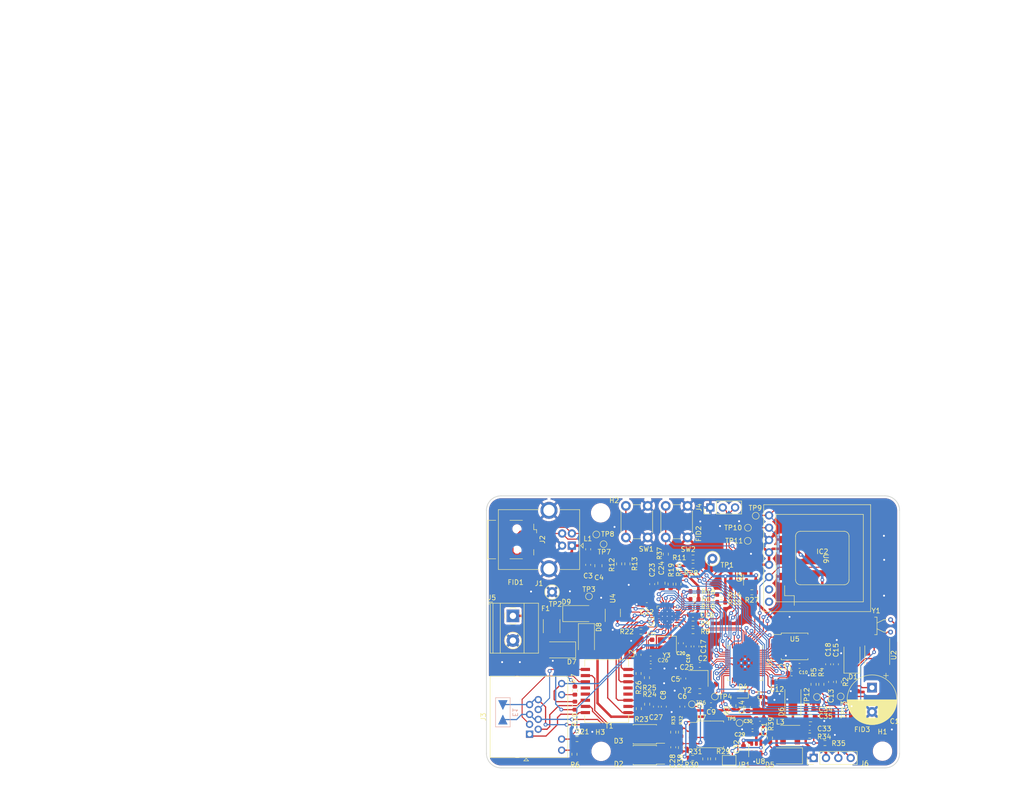
<source format=kicad_pcb>
(kicad_pcb (version 20211014) (generator pcbnew)
  (layers (0 "F.Cu" signal) (31 "B.Cu" signal) (34 "B.Paste" user) (35 "F.Paste" user) (36 "B.SilkS" user "B.Silkscreen") (37 "F.SilkS" user "F.Silkscreen") (38 "B.Mask" user) (39 "F.Mask" user) (44 "Edge.Cuts" user))
  (net 0 "")
  (net 1 "Net-(IC1-Pad23)")
  (net 2 "Net-(C22-Pad1)")
  (net 3 "Net-(IC1-Pad22)")
  (net 6 "Net-(IC1-Pad21)")
  (net 7 "Net-(IC1-Pad20)")
  (net 8 "RX_N")
  (net 9 "RJ45_RXC")
  (net 10 "RX_P")
  (net 13 "TX_N")
  (net 14 "RJ45_TXC")
  (net 15 "TX_P")
  (net 16 "GND")
  (net 17 "+3V3")
  (net 18 "/GPIO2_I2C_SDA")
  (net 19 "/GPIO3_I2C_SCL")
  (net 20 "/VCC_GPS")
  (net 21 "/UART_RX-GPS_TX")
  (net 22 "/UART_TX-GPS_RX")
  (net 23 "/USB_DN")
  (net 24 "/USB_DP")
  (net 25 "poe-")
  (net 26 "poe+")
  (net 27 "+1V1")
  (net 28 "+5V")
  (net 29 "Net-(F1-Pad1)")
  (net 30 "Net-(C33-Pad2)")
  (net 31 "RXD0")
  (net 32 "Net-(IC1-Pad8)")
  (net 33 "RXD1")
  (net 34 "Net-(IC1-Pad7)")
  (net 35 "Net-(IC1-Pad24)")
  (net 36 "Net-(IC1-Pad10)")
  (net 37 "Net-(C29-Pad1)")
  (net 38 "Net-(J3-Pad11)")
  (net 39 "Net-(R32-Pad2)")
  (net 40 "Net-(R32-Pad1)")
  (net 41 "Net-(R29-Pad2)")
  (net 42 "Net-(R30-Pad1)")
  (net 43 "Net-(R1-Pad1)")
  (net 44 "Net-(C5-Pad1)")
  (net 45 "Net-(C1-Pad1)")
  (net 46 "Net-(C13-Pad1)")
  (net 47 "Net-(D4-Pad2)")
  (net 48 "Net-(J3-Pad9)")
  (net 49 "Net-(IC1-Pad14)")
  (net 50 "/QSPI_SS")
  (net 51 "Net-(R11-Pad2)")
  (net 52 "Net-(R12-Pad2)")
  (net 53 "Net-(R13-Pad2)")
  (net 54 "/GPS_EN")
  (net 55 "/MCU_nRST")
  (net 56 "LAN_REFCK")
  (net 57 "CRS")
  (net 58 "MDIO")
  (net 59 "LEDB_RJ45")
  (net 60 "LEDA_RJ45")
  (net 61 "Net-(C32-Pad1)")
  (net 62 "Net-(JP1-Pad2)")
  (net 63 "Net-(C32-Pad2)")
  (net 64 "Net-(JP1-Pad1)")
  (net 66 "/QSPI_SD1")
  (net 67 "/QSPI_SD2")
  (net 68 "/QSPI_SD0")
  (net 69 "/QSPI_SCLK")
  (net 70 "/QSPI_SD3")
  (net 71 "Net-(U2-Pad1)")
  (net 72 "Net-(U2-Pad2)")
  (net 73 "/RTC_nINT")
  (net 74 "/RTC_CLKOUT")
  (net 75 "Net-(D2-Pad3)")
  (net 76 "Net-(D2-Pad4)")
  (net 77 "Net-(C21-Pad1)")
  (net 78 "Net-(C20-Pad1)")
  (net 79 "Net-(C17-Pad1)")
  (net 80 "MDC")
  (net 81 "LAN_nRST")
  (net 82 "TXEN")
  (net 83 "TXD0")
  (net 84 "TXD1")
  (net 85 "/PPS")
  (net 86 "/GPIO9")
  (net 87 "Net-(C2-Pad1)")
  (net 88 "/SWCLK")
  (net 89 "/SWDIO")
  (net 90 "/GPIO_LED")
  (net 104 "/VUSB")
  (net 105 "Net-(D7-Pad1)")
  (footprint "Capacitor_SMD:C_0603_1608Metric" (layer "F.Cu") (at 140.5 139.6 90)
    (fp_text reference "C5")
    (fp_text value "12p")
  )
  (footprint "Resistor_SMD:R_0603_1608Metric" (layer "F.Cu") (at 137.9 120.175 90)
    (fp_text reference "R19")
    (fp_text value "10k")
  )
  (footprint "Resistor_SMD:R_0603_1608Metric" (layer "F.Cu") (at 142.8 123.3)
    (fp_text reference "R17")
    (fp_text value "10k")
  )
  (footprint "Package_SO:SOIC-8_5.275x5.275mm_P1.27mm" (layer "F.Cu") (at 146.0516 151.1002)
    (fp_text reference "U7")
    (fp_text value "TPS2375-1")
  )
  (footprint "Diode_SMD:D_SMA" (layer "F.Cu") (at 114.9604 133.7056 180)
    (fp_text reference "D7")
    (fp_text value "SMAJ56")
  )
  (footprint "Resistor_SMD:R_0603_1608Metric" (layer "F.Cu") (at 136.9 114 90)
    (fp_text reference "R37")
    (fp_text value "1k")
  )
  (footprint "Resistor_SMD:R_0603_1608Metric" (layer "F.Cu") (at 131.3434 145.8092 90)
    (fp_text reference "R23")
    (fp_text value "49,9")
  )
  (footprint "Package_SO:SO-4_4.4x3.6mm_P2.54mm" (layer "F.Cu") (at 132.588 155.3718 180)
    (fp_text reference "D2")
    (fp_text value "MB1S")
  )
  (footprint "TestPoint:TestPoint_Pad_D1.0mm" (layer "F.Cu") (at 142.275 144.9)
    (fp_text reference "TP6")
    (fp_text value "POE-")
  )
  (footprint "TestPoint:TestPoint_Loop_D1.80mm_Drill1.0mm_Beaded" (layer "F.Cu") (at 113.5 121.8)
    (fp_text reference "TP2")
    (fp_text value "GND")
  )
  (footprint "TestPoint:TestPoint_Pad_D1.0mm" (layer "F.Cu") (at 124.1 111.95)
    (fp_text reference "TP7")
    (fp_text value "USB_DP")
  )
  (footprint "Package_TO_SOT_SMD:SOT-23-6" (layer "F.Cu") (at 126 126.1 90)
    (fp_text reference "U4")
    (fp_text value "USBLC6-4SC6")
  )
  (footprint "Button_Switch_THT:SW_PUSH_6mm" (layer "F.Cu") (at 128.687 110.565 90)
    (fp_text reference "SW1")
    (fp_text value "SW_Push")
  )
  (footprint "Resistor_SMD:R_0603_1608Metric" (layer "F.Cu") (at 166.51 151.3586)
    (fp_text reference "R34")
    (fp_text value "33k")
  )
  (footprint "Capacitor_SMD:C_0603_1608Metric" (layer "F.Cu") (at 140 132.35 -90)
    (fp_text reference "C20")
    (fp_text value "12p")
  )
  (footprint "Inductor_SMD:L_0603_1608Metric" (layer "F.Cu") (at 131.29 134.72 -90)
    (fp_text reference "L2")
    (fp_text value "25uH")
  )
  (footprint "Capacitor_SMD:C_0603_1608Metric" (layer "F.Cu") (at 120.9294 116.205 -90)
    (fp_text reference "C3")
    (fp_text value "100n")
  )
  (footprint "Resistor_SMD:R_0603_1608Metric" (layer "F.Cu") (at 154.6 121.85)
    (fp_text reference "R27")
    (fp_text value "47k")
  )
  (footprint "Capacitor_THT:CP_Radial_D10.0mm_P5.00mm" (layer "F.Cu") (at 179.324 141.478 -90)
    (fp_text reference "C1")
    (fp_text value "0.1F")
  )
  (footprint "Capacitor_SMD:C_0603_1608Metric" (layer "F.Cu") (at 133.79 135.5)
    (fp_text reference "C26")
    (fp_text value "100n")
  )
  (footprint "Resistor_SMD:R_0603_1608Metric" (layer "F.Cu") (at 142.8 121.7)
    (fp_text reference "R18")
    (fp_text value "10k")
  )
  (footprint "Resistor_SMD:R_0603_1608Metric" (layer "F.Cu") (at 140.0302 150.6474 -90)
    (fp_text reference "R32")
    (fp_text value "330")
  )
  (footprint "Resistor_SMD:R_0603_1608Metric" (layer "F.Cu") (at 118.2 142.1 -90)
    (fp_text reference "R7")
    (fp_text value "270")
  )
  (footprint "Fiducial:Fiducial_1mm_Mask2mm" (layer "F.Cu") (at 106 121.8)
    (fp_text reference "FID1")
    (fp_text value "Fiducial_1mm_Mask2mm")
  )
  (footprint "TestPoint:TestPoint_Pad_D1.0mm" (layer "F.Cu") (at 168 143.4)
    (fp_text reference "TP12")
    (fp_text value "I2C_SCL_RTC")
  )
  (footprint "Resistor_SMD:R_0603_1608Metric" (layer "F.Cu") (at 131.2926 138.5702 -90)
    (fp_text reference "R26")
    (fp_text value "49,9")
  )
  (footprint "Resistor_SMD:R_0603_1608Metric" (layer "F.Cu") (at 139.5 120.175 -90)
    (fp_text reference "R16")
    (fp_text value "33")
  )
  (footprint "Diode_SMD:D_SMA" (layer "F.Cu") (at 163.05 143.86 90)
    (fp_text reference "D6")
    (fp_text value "D_Schottky")
  )
  (footprint "Resistor_SMD:R_0603_1608Metric" (layer "F.Cu") (at 158.3182 151.8412 90)
    (fp_text reference "R39")
    (fp_text value "0R NF")
  )
  (footprint "TerminalBlock_Phoenix:TerminalBlock_Phoenix_MKDS-1,5-2-5.08_1x02_P5.08mm_Horizontal" (layer "F.Cu") (at 105.445 126.705 -90)
    (fp_text reference "J5")
    (fp_text value "Screw_Terminal_01x02")
  )
  (footprint "Capacitor_SMD:C_0603_1608Metric" (layer "F.Cu") (at 164.4 137)
    (fp_text reference "C11")
    (fp_text value "100n")
  )
  (footprint "Resistor_SMD:R_0603_1608Metric" (layer "F.Cu") (at 118.63 152.06)
    (fp_text reference "R21")
    (fp_text value "10k")
  )
  (footprint "Resistor_SMD:R_0603_1608Metric" (layer "F.Cu") (at 167.3 140.8 90)
    (fp_text reference "R5")
    (fp_text value "10k")
  )
  (footprint "Jumper:SolderJumper-2_P1.3mm_Bridged_Pad1.0x1.5mm" (layer "F.Cu") (at 149.9362 156.4386)
    (fp_text reference "JP1")
    (fp_text value "SolderJumper_2_Bridged")
  )
  (footprint "TestPoint:TestPoint_Pad_D1.0mm" (layer "F.Cu") (at 152.075 148.75)
    (fp_text reference "TP5")
    (fp_text value "POE+")
  )
  (footprint "Capacitor_SMD:C_0805_2012Metric" (layer "F.Cu") (at 166.6878 147.7772)
    (fp_text reference "C35")
    (fp_text value "100u")
  )
  (footprint "Diode_SMD:D_SMA" (layer "F.Cu") (at 161.6202 155.5242 180)
    (fp_text reference "D5")
    (fp_text value "S1B")
  )
  (footprint "Capacitor_SMD:C_0805_2012Metric" (layer "F.Cu") (at 123.0376 116.3828 -90)
    (fp_text reference "C4")
    (fp_text value "10u")
  )
  (footprint "Capacitor_SMD:C_0603_1608Metric" (layer "F.Cu") (at 154.7368 151.0284 180)
    (fp_text reference "C29")
    (fp_text value "2u2")
  )
  (footprint "Resistor_SMD:R_0603_1608Metric" (layer "F.Cu") (at 142.5 116.4)
    (fp_text reference "R28")
    (fp_text value "R4 no fit (o 10k)")
  )
  (footprint "LED_SMD:LED_0603_1608Metric" (layer "F.Cu") (at 152.4 142.9 180)
    (fp_text reference "D4")
    (fp_text value "LED")
  )
  (footprint "Diode_SMD:D_SMA" (layer "F.Cu") (at 175.2 135.1 90)
    (fp_text reference "D1")
    (fp_text value "D_Schottky")
  )
  (footprint "Button_Switch_THT:SW_PUSH_6mm" (layer "F.Cu") (at 136.887 110.565 90)
    (fp_text reference "SW2")
    (fp_text value "SW_Push")
  )
  (footprint "Capacitor_SMD:C_0603_1608Metric" (layer "F.Cu") (at 156.2 144.7)
    (fp_text reference "C7")
    (fp_text value "100n")
  )
  (footprint "Resistor_SMD:R_0603_1608Metric" (layer "F.Cu") (at 142.5 114.7 180)
    (fp_text reference "R11")
    (fp_text value "1k")
  )
  (footprint "Capacitor_SMD:C_0603_1608Metric" (layer "F.Cu") (at 134.075 132.4 90)
    (fp_text reference "C21")
    (fp_text value "12p")
  )
  (footprint "Capacitor_SMD:C_0603_1608Metric" (layer "F.Cu") (at 152.8826 154.3056 90)
    (fp_text reference "C32")
    (fp_text value "100n")
  )
  (footprint "Diode_SMD:D_SMA" (layer "F.Cu") (at 120.5738 131.699 -90)
    (fp_text reference "D8")
    (fp_text value "S1B")
  )
  (footprint "Inductor_SMD:L_Vishay_IFSC-1515AH_4x4x1.8mm" (layer "F.Cu") (at 162.4968 151.3586)
    (fp_text reference "L3")
    (fp_text value "22u")
  )
  (footprint "TestPoint:TestPoint_Pad_D1.0mm" (layer "F.Cu") (at 153.76 111.26)
    (fp_text reference "TP11")
    (fp_text value "VCC_GPS")
  )
  (footprint "Resistor_SMD:R_0603_1608Metric" (layer "F.Cu") (at 169.6342 152.8826)
    (fp_text reference "R35")
    (fp_text value "10k")
  )
  (footprint "Resistor_SMD:R_0603_1608Metric" (layer "F.Cu") (at 145.0296 156.1504 90)
    (fp_text reference "R31")
    (fp_text value "50k")
  )
  (footprint "Capacitor_SMD:C_0603_1608Metric" (layer "F.Cu") (at 166.51 149.7584)
    (fp_text reference "C33")
    (fp_text value "470p")
  )
  (footprint "Resistor_SMD:R_0603_1608Metric" (layer "F.Cu") (at 133.0706 144.8948 -90)
    (fp_text reference "R24")
    (fp_text value "49,9")
  )
  (footprint "Resistor_SMD:R_0603_1608Metric" (layer "F.Cu") (at 146.6306 156.146 90)
    (fp_text reference "R29")
    (fp_text value "50k")
  )
  (footprint "Capacitor_SMD:C_0603_1608Metric" (layer "F.Cu") (at 140.3 145.4 90)
    (fp_text reference "C6")
    (fp_text value "100n")
  )
  (footprint "Crystal:Crystal_SMD_3225-4Pin_3.2x2.5mm" (layer "F.Cu") (at 143.6 139.6 180)
    (fp_text reference "Y2")
    (fp_text value "Crystal_GND24")
  )
  (footprint "PSE2021:PAM-7Q" (layer "F.Cu") (at 168.04 114.82 -90)
    (fp_text reference "U6")
    (fp_text value "PAM7Q")
  )
  (footprint "Capacitor_SMD:C_0603_1608Metric" (layer "F.Cu") (at 159.7 140.4)
    (fp_text reference "C12")
    (fp_text value "2u2")
  )
  (footprint "Capacitor_SMD:C_0603_1608Metric" (layer "F.Cu") (at 154.7368 149.4536 180)
    (fp_text reference "C30")
    (fp_text value "2u2")
  )
  (footprint "Capacitor_SMD:C_0603_1608Metric" (layer "F.Cu") (at 133.8 137.08)
    (fp_text reference "C25")
    (fp_text value "100n")
  )
  (footprint "Capacitor_SMD:C_0603_1608Metric" (layer "F.Cu") (at 153.8 145.5 -90)
    (fp_text reference "C14")
    (fp_text value "2u2")
  )
  (footprint "Resistor_SMD:R_0603_1608Metric" (layer "F.Cu") (at 142.5 129.85 180)
    (fp_text reference "R8")
    (fp_text value "33")
  )
  (footprint "Package_DFN_QFN:HVQFN-24-1EP_4x4mm_P0.5mm_EP2.5x2.5mm_ThermalVias" (layer "F.Cu") (at 137.2 126.8 90)
    (fp_text reference "IC1")
    (fp_text value "LAN8742A-CZ")
  )
  (footprint "PSE2021:SAM-M8Q" (layer "F.Cu") (at 169.1 114.8)
    (fp_text reference "IC2")
    (fp_text value "SAM-M8Q-0")
  )
  (footprint "MountingHole:MountingHole_3mm" (layer "F.Cu") (at 123.5 105.5)
    (fp_text reference "H2")
    (fp_text value "MountingHole")
  )
  (footprint "TestPoint:TestPoint_Pad_D1.0mm" (layer "F.Cu") (at 153.8 108.56)
    (fp_text reference "TP10")
    (fp_text value "UART_RX-GPS_TX")
  )
  (footprint "Capacitor_SMD:C_0603_1608Metric" (layer "F.Cu") (at 170.3 136.675 90)
    (fp_text reference "C18")
    (fp_text value "2u2")
  )
  (footprint "TestPoint:TestPoint_Pad_D1.0mm" (layer "F.Cu") (at 147 143.3)
    (fp_text reference "TP4")
    (fp_text value "1V1")
  )
  (footprint "Capacitor_SMD:C_0603_1608Metric" (layer "F.Cu") (at 166.52 145.9)
    (fp_text reference "C34")
    (fp_text value "100n")
  )
  (footprint "Resistor_SMD:R_0603_1608Metric" (layer "F.Cu") (at 150.8 145.2 90)
    (fp_text reference "R3")
    (fp_text value "R")
  )
  (footprint "Diode_SMD:D_SMA" (layer "F.Cu") (at 119.1006 126.238)
    (fp_text reference "D9")
    (fp_text value "D_Schottky")
  )
  (footprint "PSE2021:RJ45_Amphenol_RJHSE-5081" (layer "F.Cu") (at 108.875 151.06 90)
    (fp_text reference "J3")
    (fp_text value "8P8C_LED")
  )
  (footprint "Resistor_SMD:R_0603_1608Metric" (layer "F.Cu") (at 148.305 122.3)
    (fp_text reference "R14")
    (fp_text value "10k")
  )
  (footprint "Capacitor_SMD:C_0603_1608Metric" (layer "F.Cu") (at 133 124.5 180)
    (fp_text reference "C22")
    (fp_text value "100n")
  )
  (footprint "Connector_USB:USB_B_OST_USB-B1HSxx_Horizontal" (layer "F.Cu") (at 117.5775 112.25 180)
    (fp_text reference "J1")
    (fp_text value "USB_B")
  )
  (footprint "TestPoint:TestPoint_Pad_D1.0mm" (layer "F.Cu") (at 172.88 143.3)
    (fp_text reference "TP13")
    (fp_text value "I2C_SDA_RTC")
  )
  (footprint "Inductor_SMD:L_0603_1608Metric" (layer "F.Cu") (at 120.9294 113.0046 90)
    (fp_text reference "L1")
    (fp_text value "200mA 120Ohm")
  )
  (footprint "Resistor_SMD:R_0603_1608Metric" (layer "F.Cu") (at 148.3 123.9)
    (fp_text reference "R15")
    (fp_text value "10k")
  )
  (footprint "Capacitor_SMD:C_0603_1608Metric" (layer "F.Cu") (at 171.9 136.675 90)
    (fp_text reference "C15")
    (fp_text value "100n")
  )
  (footprint "Resistor_SMD:R_0603_1608Metric" (layer "F.Cu") (at 172.5 140.3 90)
    (fp_text reference "R2")
    (fp_text value "100")
  )
  (footprint "TestPoint:TestPoint_Pad_D1.0mm" (layer "F.Cu") (at 155.4 106.1)
    (fp_text reference "TP9")
    (fp_text value "UART_TX-GPS_RX")
  )
  (footprint "Resistor_SMD:R_0603_1608Metric" (layer "F.Cu") (at 138.43 150.6474 90)
    (fp_text reference "R33")
    (fp_text value "27")
  )
  (footprint "Resistor_SMD:R_0603_1608Metric" (layer "F.Cu") (at 142.5 128.3 180)
    (fp_text reference "R9")
    (fp_text value "33")
  )
  (footprint "Crystal:Crystal_AT310_D3.0mm_L10.0mm_Horizontal_1EP_style1" (layer "F.Cu") (at 183.15 127.5 -90)
    (fp_text reference "Y1")
    (fp_text value "Crystal_GND3")
  )
  (footprint "Capacitor_SMD:C_0603_1608Metric" (layer "F.Cu") (at 162.8 138.55)
    (fp_text reference "C10")
    (fp_text value "100n")
  )
  (footprint "Transformer_SMD:Transformer_Ethernet_Wuerth_749013011A" (layer "F.Cu") (at 124.7394 142.177 180)
    (fp_text reference "T1")
    (fp_text value "749013011")
  )
  (footprint "Capacitor_SMD:C_0603_1608Metric" (layer "F.Cu") (at 138.43 153.7592 90)
    (fp_text reference "C28")
    (fp_text value "100n 100v")
  )
  (footprint "Capacitor_SMD:C_0805_2012Metric" (layer "F.Cu") (at 136 119.975 90)
    (fp_text reference "C24")
    (fp_text value "10u 16V")
  )
  (footprint "Resistor_SMD:R_0603_1608Metric" (layer "F.Cu") (at 142.4432 155.956)
    (fp_text reference "R30")
    (fp_text value "178k")
  )
  (footprint "Capacitor_SMD:C_0603_1608Metric" (layer "F.Cu") (at 143.9 136.8 180)
    (fp_text reference "C2")
    (fp_text value "12p")
  )
  (footprint "Resistor_SMD:R_0603_1608Metric" (layer "F.Cu") (at 129 116 -90)
    (fp_text reference "R13")
    (fp_text value "27")
  )
  (footprint "Capacitor_SMD:C_0603_1608Metric" (layer "F.Cu") (at 141.6 133 -90)
    (fp_text reference "C19")
    (fp_text value "470p")
  )
  (footprint "Capacitor_SMD:C_0603_1608Metric" (layer "F.Cu") (at 156.2862 147.8788)
    (fp_text reference "C31")
    (fp_text value "100n 100v")
  )
  (footprint "Connector_PinHeader_2.54mm:PinHeader_1x04_P2.54mm_Vertical" (layer "F.Cu") (at 167.3198 155.956 90)
    (fp_text reference "J6")
    (fp_text value "Conn_01x04_Female")
  )
  (footprint "MountingHole:MountingHole_3mm" (layer "F.Cu") (at 181.483 154.559)
    (fp_text reference "H1")
    (fp_text value "MountingHole")
  )
  (footprint "TestPoint:TestPoint_Pad_D1.0mm" (layer "F.Cu") (at 122.6 109.95)
    (fp_text reference "TP8")
    (fp_text value "USB_DN")
  )
  (footprint "Resistor_SMD:R_0603_1608Metric" (layer "F.Cu") (at 140.0302 153.8224 -90)
    (fp_text reference "R38")
    (fp_text value "0R NF")
  )
  (footprint "Package_TO_SOT_SMD:SOT-23" (layer "F.Cu") (at 154.45 118.75 90)
    (fp_text reference "Q2")
    (fp_text value "IRLML6402")
  )
  (footprint "PSE2021:RP2040-QFN-56" (layer "F.Cu") (at 153.2 136.4 -90)
    (fp_text reference "U1")
    (fp_text value "RP2040")
  )
  (footprint "Resistor_SMD:R_0603_1608Metric" (layer "F.Cu") (at 133.0198 139.4338 90)
    (fp_text reference "R25")
    (fp_text value "49,9")
  )
  (footprint "Fiducial:Fiducial_1mm_Mask2mm" (layer "F.Cu") (at 145.65 109.8 90)
    (fp_text reference "FID2")
    (fp_text value "Fiducial_1mm_Mask2mm")
  )
  (footprint "Resistor_SMD:R_0603_1608Metric" (layer "F.Cu") (at 118.2 145.19 -90)
    (fp_text reference "R20")
    (fp_text value "10k")
  )
  (footprint "Resistor_SMD:R_0603_1608Metric" (layer "F.Cu") (at 143.9 142.2 180)
    (fp_text reference "R1")
    (fp_text value "1k")
  )
  (footprint "Fiducial:Fiducial_1mm_Mask2mm" (layer "F.Cu") (at 177.3 152.1)
    (fp_text reference "FID3")
    (fp_text value "Fiducial_1mm_Mask2mm")
  )
  (footprint "MountingHole:MountingHole_3mm" (layer "F.Cu") (at 123.6 154.6)
    (fp_text reference "H3")
    (fp_text value "MountingHole")
  )
  (footprint "Resistor_SMD:R_0603_1608Metric" (layer "F.Cu") (at 118.11 155.194 90)
    (fp_text reference "R6")
    (fp_text value "270")
  )
  (footprint "Capacitor_SMD:C_0603_1608Metric" (layer "F.Cu") (at 134.875 145.4 -90)
    (fp_text reference "C27")
    (fp_text value "100n")
  )
  (footprint "Crystal:Crystal_SMD_3225-4Pin_3.2x2.5mm" (layer "F.Cu") (at 137.075 132.55 180)
    (fp_text reference "Y3")
    (fp_text value "25MHz")
  )
  (footprint "Resistor_SMD:R_0603_1608Metric" (layer "F.Cu") (at 127.3 116 -90)
    (fp_text reference "R12")
    (fp_text value "27")
  )
  (footprint "Resistor_SMD:R_0603_1608Metric" (layer "F.Cu") (at 142.7 124.9)
    (fp_text reference "R10")
    (fp_text value "10k")
  )
  (footprint "Capacitor_SMD:C_0603_1608Metric" (layer "F.Cu") (at 134.1 120.175 90)
    (fp_text reference "C23")
    (fp_text value "100n")
  )
  (footprint "Capacitor_SMD:C_0603_1608Metric" (layer "F.Cu") (at 170.9 140.3 -90)
    (fp_text reference "C13")
    (fp_text value "100n")
  )
  (footprint "Connector_PinHeader_2.54mm:PinHeader_1x03_P2.54mm_Vertical" (layer "F.Cu") (at 146.075 104.4 90)
    (fp_text reference "J4")
    (fp_text value "Conn_01x03")
  )
  (footprint "Package_SO:SOIC-8_3.9x4.9mm_P1.27mm" (layer "F.Cu") (at 180.4 134.8 -90)
    (fp_text reference "U2")
    (fp_text value "PCF8563T")
  )
  (footprint "Capacitor_SMD:C_0603_1608Metric" (layer "F.Cu") (at 142.5 126.5)
    (fp_text reference "C16")
    (fp_text value "100n")
  )
  (footprint "Package_SO:SOIC-8_5.275x5.275mm_P1.27mm" (layer "F.Cu") (at 163.4 133)
    (fp_text reference "U5")
    (fp_text value "W25Q16JVUSSQ")
  )
  (footprint "Capacitor_SMD:C_0603_1608Metric" (layer "F.Cu") (at 143.2 133 -90)
    (fp_text reference "C17")
    (fp_text value "1u")
  )
  (footprint "Package_TO_SOT_SMD:SOT-23-6" (layer "F.Cu") (at 155.5242 153.9376 90)
    (fp_text reference "U8")
    (fp_text value "LMR16006YQ")
  )
  (footprint "Fuse:Fuse_1812_4532Metric" (layer "F.Cu") (at 113.411 128.8288 -90)
    (fp_text reference "F1")
    (fp_text value "Polyfuse_Small: fino a 500ma")
  )
  (footprint "Capacitor_SMD:C_0603_1608Metric" (layer "F.Cu") (at 146.2 145.1 180)
    (fp_text reference "C9")
    (fp_text value "100n")
  )
  (footprint "Package_SO:SO-4_4.4x3.6mm_P2.54mm" (layer "F.Cu") (at 132.588 151.0792 180)
    (fp_text reference "D3")
    (fp_text value "MB1S")
  )
  (footprint "Capacitor_SMD:C_0603_1608Metric" (layer "F.Cu") (at 136.5 145.4 -90)
    (fp_text reference "C8")
    (fp_text value "100n")
  )
  (footprint "Resistor_SMD:R_0603_1608Metric" (layer "F.Cu") (at 168.9 140.8 90)
    (fp_text reference "R4")
    (fp_text value "10k")
  )
  (footprint "TestPoint:TestPoint_Pad_D1.0mm" (layer "F.Cu") (at 121.1 122.7)
    (fp_text reference "TP3")
    (fp_text value "5V")
  )
  (footprint "TestPoint:TestPoint_Loop_D1.80mm_Drill1.0mm_Beaded" (layer "F.Cu") (at 146.5 114.925)
    (fp_text reference "TP1")
    (fp_text value "3V3")
  )
  (footprint "Resistor_SMD:R_0603_1608Metric" (layer "F.Cu") (at 131.775 129.95 180)
    (fp_text reference "R22")
    (fp_text value "12k1")
  )
  (footprint "Connector_USB:USB_Mini-B_Wuerth_65100516121_Horizontal" (layer "F.Cu") (at 106.275 111 -90)
    (fp_text reference "J2")
    (fp_text value "USB_B_Mini")
  )
  (footprint "PSE2021:SPARK_GAP_TRIANGLE" (layer "B.Cu") (at 103.378 146.558 180)
    (fp_text reference "E1")
    (fp_text value "SparkGap")
  )
  (gr_line (start 182 158) (end 103 158) (layer "Edge.Cuts") (width 0.15))
  (gr_line (start 185 105) (end 185 155) (layer "Edge.Cuts") (width 0.1))
  (gr_line (start 100 155) (end 100 105) (layer "Edge.Cuts") (width 0.15))
  (gr_arc (start 103 158) (mid 100.87868 157.12132) (end 100 155) (layer "Edge.Cuts") (width 0.15))
  (gr_arc (start 185 155) (mid 184.12132 157.12132) (end 182 158) (layer "Edge.Cuts") (width 0.15))
  (gr_arc (start 100 105) (mid 100.87868 102.87868) (end 103 102) (layer "Edge.Cuts") (width 0.15))
  (gr_arc (start 182 102) (mid 184.12132 102.87868) (end 185 105) (layer "Edge.Cuts") (width 0.15))
  (gr_line (start 103 102) (end 182 102) (layer "Edge.Cuts") (width 0.15))
  (segment (start 126.95 128.55) (end 126.97 128.53) (width 0.254) (layer "F.Cu") (net 1))
  (segment (start 127.25 131.55) (end 127.25 139.9) (width 0.254) (layer "F.Cu") (net 1))
  (segment (start 126.97 128.53) (end 126.97 127.6975) (width 0.254) (layer "F.Cu") (net 1))
  (segment (start 130.798016 128.001984) (end 127.25 131.55) (width 0.254) (layer "F.Cu") (net 1))
  (segment (start 127.622 140.272) (end 129.1244 140.272) (width 0.254) (layer "F.Cu") (net 1))
  (segment (start 131.901984 128.001984) (end 130.798016 128.001984) (width 0.254) (layer "F.Cu") (net 1))
  (segment (start 134.55 127.55) (end 135.2625 127.55) (width 0.254) (layer "F.Cu") (net 1))
  (segment (start 133.0066 140.272) (end 129.1244 140.272) (width 0.254) (layer "F.Cu") (net 1))
  (segment (start 133.0198 140.2588) (end 133.0066 140.272) (width 0.254) (layer "F.Cu") (net 1))
  (segment (start 127.25 139.9) (end 127.622 140.272) (width 0.254) (layer "F.Cu") (net 1))
  (segment (start 133.8 128.3) (end 134.55 127.55) (width 0.254) (layer "F.Cu") (net 1))
  (via (at 131.901984 128.001984) (size 0.8) (drill 0.4) (layers "F.Cu" "B.Cu") (net 1))
  (via (at 133.8 128.3) (size 0.8) (drill 0.4) (layers "F.Cu" "B.Cu") (net 1))
  (via (at 126.95 128.55) (size 0.8) (drill 0.4) (layers "F.Cu" "B.Cu") (net 1))
  (segment (start 130.8 128.55) (end 126.95 128.55) (width 0.254) (layer "B.Cu") (net 1))
  (segment (start 131.348016 128.001984) (end 130.8 128.55) (width 0.254) (layer "B.Cu") (net 1))
  (segment (start 133.209967 128.001984) (end 133.507983 128.3) (width 0.254) (layer "B.Cu") (net 1))
  (segment (start 131.901984 128.001984) (end 133.209967 128.001984) (width 0.254) (layer "B.Cu") (net 1))
  (segment (start 133.507983 128.3) (end 133.8 128.3) (width 0.254) (layer "B.Cu") (net 1))
  (segment (start 131.901984 128.001984) (end 131.348016 128.001984) (width 0.254) (layer "B.Cu") (net 1))
  (segment (start 134.275 145.225) (end 134.875 144.625) (width 0.254) (layer "F.Cu") (net 2))
  (segment (start 131.2975 135.5) (end 131.29 135.5075) (width 0.1778) (layer "F.Cu") (net 2))
  (segment (start 134.255 145.225) (end 133.7602 145.7198) (width 0.254) (layer "F.Cu") (net 2))
  (segment (start 133.65 123.5) (end 133.775 123.625) (width 0.2032) (layer "F.Cu") (net 2))
  (segment (start 126 123.95) (end 126.45 123.5) (width 0.2032) (layer "F.Cu") (net 2))
  (segment (start 129.1244 145.352) (end 130.2512 145.352) (width 0.25) (layer "F.Cu") (net 2))
  (segment (start 130.6444 139.3952) (end 131.2926 139.3952) (width 0.25) (layer "F.Cu") (net 2))
  (segment (start 133.025 138.6036) (end 133.0198 138.6088) (width 0.1778) (layer "F.Cu") (net 2))
  (segment (start 133.015 135.5) (end 131.2975 135.5) (width 0.1778) (layer "F.Cu") (net 2))
  (segment (start 131.6012 138.6088) (end 133.0198 138.6088) (width 0.25) (layer "F.Cu") (net 2))
  (segment (start 129.1244 139.002) (end 130.2512 139.002) (width 0.25) (layer "F.Cu") (net 2))
  (segment (start 134.2125 124.5) (end 135.2625 125.55) (width 0.2032) (layer "F.Cu") (net 2))
  (segment (start 134.875 140.464) (end 134.875 144.625) (width 0.1778) (layer "F.Cu") (net 2))
  (segment (start 134.1 120.95) (end 135.975 120.95) (width 0.2032) (layer "F.Cu") (net 2))
  (segment (start 132.95326 135.43826) (end 132.95326 131.102051) (width 0.1778) (layer "F.Cu") (net 2))
  (segment (start 132.95326 131.102051) (end 135.317811 128.7375) (width 0.1778) (layer "F.Cu") (net 2))
  (segment (start 135.317811 128.7375) (end 135.95 128.7375) (width 0.1778) (layer "F.Cu") (net 2))
  (segment (start 126.45 123.5) (end 133.65 123.5) (width 0.2032) (layer "F.Cu") (net 2))
  (segment (start 133.015 135.5) (end 132.95326 135.43826) (width 0.1778) (layer "F.Cu") (net 2))
  (segment (start 133.0198 138.6088) (end 134.875 140.464) (width 0.1778) (layer "F.Cu") (net 2))
  (segment (start 132.9142 144.9842) (end 133.08 145.15) (width 0.25) (layer "F.Cu") (net 2))
  (segment (start 133.025 137.08) (end 133.025 138.6036) (width 0.1778) (layer "F.Cu") (net 2))
  (segment (start 134.255 145.225) (end 134.275 145.225) (width 0.254) (layer "F.Cu") (net 2))
  (segment (start 133.775 124.5) (end 134.2125 124.5) (width 0.2032) (layer "F.Cu") (net 2))
  (segment (start 133.08 145.7104) (end 133.0706 145.7198) (width 0.25) (layer "F.Cu") (net 2))
  (segment (start 133.775 123.625) (end 133.775 121.275) (width 0.2032) (layer "F.Cu") (net 2))
  (segment (start 133.775 121.275) (end 134.1 120.95) (width 0.2032) (layer "F.Cu") (net 2))
  (segment (start 131.2926 139.3952) (end 131.2926 138.9174) (width 0.25) (layer "F.Cu") (net 2))
  (segment (start 133.08 145.15) (end 133.08 145.7104) (width 0.25) (layer "F.Cu") (net 2))
  (segment (start 133.7602 145.7198) (end 133.0706 145.7198) (width 0.254) (layer "F.Cu") (net 2))
  (segment (start 133.025 137.08) (end 133.025 135.51) (width 0.1778) (layer "F.Cu") (net 2))
  (segment (start 135.975 120.95) (end 136 120.925) (width 0.2032) (layer "F.Cu") (net 2))
  (segment (start 131.3434 144.9842) (end 132.9142 144.9842) (width 0.25) (layer "F.Cu") (net 2))
  (segment (start 130.2512 145.352) (end 130.619 144.9842) (width 0.25) (layer "F.Cu") (net 2))
  (segment (start 130.619 144.9842) (end 131.3434 144.9842) (width 0.25) (layer "F.Cu") (net 2))
  (segment (start 126 124.9625) (end 126 123.95) (width 0.2032) (layer "F.Cu") (net 2))
  (segment (start 133.025 135.51) (end 133.015 135.5) (width 0.1778) (layer "F.Cu") (net 2))
  (segment (start 133.775 124.5) (end 133.775 123.625) (width 0.2032) (layer "F.Cu") (net 2))
  (segment (start 131.2926 138.9174) (end 131.6012 138.6088) (width 0.25) (layer "F.Cu") (net 2))
  (segment (start 130.2512 139.002) (end 130.6444 139.3952) (width 0.25) (layer "F.Cu") (net 2))
  (segment (start 127.725 137.275) (end 128.182 137.732) (width 0.254) (layer "F.Cu") (net 3))
  (segment (start 132.193705 128.706295) (end 130.768705 128.706295) (width 0.254) (layer "F.Cu") (net 3))
  (segment (start 128.182 137.732) (end 129.1244 137.732) (width 0.254) (layer "F.Cu") (net 3))
  (segment (start 129.1244 137.732) (end 131.2794 137.732) (width 0.254) (layer "F.Cu") (net 3))
  (segment (start 126.9875 125) (end 130.457811 125) (width 0.2032) (layer "F.Cu") (net 3))
  (segment (start 127.725 131.75) (end 127.725 137.275) (width 0.254) (layer "F.Cu") (net 3))
  (segment (start 135.2625 127.05) (end 133.85 127.05) (width 0.254) (layer "F.Cu") (net 3))
  (segment (start 133.85 127.05) (end 132.193705 128.706295) (width 0.254) (layer "F.Cu") (net 3))
  (segment (start 131.2794 137.732) (end 131.2926 137.7452) (width 0.254) (layer "F.Cu") (net 3))
  (segment (start 126.95 124.9625) (end 126.9875 125) (width 0.2032) (layer "F.Cu") (net 3))
  (segment (start 130.457811 125) (end 130.7 125.242189) (width 0.2032) (layer "F.Cu") (net 3))
  (segment (start 130.768705 128.706295) (end 127.725 131.75) (width 0.254) (layer "F.Cu") (net 3))
  (via (at 133.55 127.34597) (size 0.8) (drill 0.4) (layers "F.Cu" "B.Cu") (net 3))
  (via (at 130.7 125.242189) (size 0.8) (drill 0.4) (layers "F.Cu" "B.Cu") (net 3))
  (segment (start 133.55 126.55) (end 132.242189 125.242189) (width 0.2032) (layer "B.Cu") (net 3))
  (segment (start 133.55 127.34597) (end 133.55 126.55) (width 0.2032) (layer "B.Cu") (net 3))
  (segment (start 132.242189 125.242189) (end 130.7 125.242189) (width 0.2032) (layer "B.Cu") (net 3))
  (segment (start 125.175 132.025) (end 124.95 132.25) (width 0.254) (layer "F.Cu") (net 6))
  (segment (start 125.05 127.2375) (end 124.975 127.3125) (width 0.254) (layer "F.Cu") (net 6))
  (segment (start 124.975 132.175) (end 125.025 132.175) (width 0.254) (layer "F.Cu") (net 6))
  (segment (start 130.5 126.7) (end 125.175 132.025) (width 0.254) (layer "F.Cu") (net 6))
  (segment (start 129.1244 146.622) (end 131.3312 146.622) (width 0.254) (layer "F.Cu") (net 6))
  (segment (start 132.5 126.6) (end 132.55 126.55) (width 0.254) (layer "F.Cu") (net 6))
  (segment (start 124.95 143.6) (end 127.972 146.622) (width 0.254) (layer "F.Cu") (net 6))
  (segment (start 127.972 146.622) (end 129.1244 146.622) (width 0.254) (layer "F.Cu") (net 6))
  (segment (start 124.975 127.3125) (end 124.975 132.175) (width 0.254) (layer "F.Cu") (net 6))
  (segment (start 125.025 132.175) (end 125.175 132.025) (width 0.254) (layer "F.Cu") (net 6))
  (segment (start 132.55 126.55) (end 135.2625 126.55) (width 0.254) (layer "F.Cu") (net 6))
  (segment (start 130.5 126.6) (end 130.5 126.7) (width 0.254) (layer "F.Cu") (net 6))
  (segment (start 131.3312 146.622) (end 131.3434 146.6342) (width 0.254) (layer "F.Cu") (net 6))
  (segment (start 124.95 132.25) (end 124.95 143.6) (width 0.254) (layer "F.Cu") (net 6))
  (via (at 130.5 126.6) (size 0.8) (drill 0.4) (layers "F.Cu" "B.Cu") (net 6))
  (via (at 132.5 126.6) (size 0.8) (drill 0.4) (layers "F.Cu" "B.Cu") (net 6))
  (segment (start 132.5 126.6) (end 130.5 126.6) (width 0.254) (layer "B.Cu") (net 6))
  (segment (start 126.7 131.45) (end 126.7 143.7) (width 0.25) (layer "F.Cu") (net 7))
  (segment (start 131.471089 125.921089) (end 131.825 126.275) (width 0.2032) (layer "F.Cu") (net 7))
  (segment (start 125.321089 125.921089) (end 131.471089 125.921089) (width 0.2032) (layer "F.Cu") (net 7))
  (segment (start 126.7 143.7) (end 127.082 144.082) (width 0.25) (layer "F.Cu") (net 7))
  (segment (start 126.725 131.375) (end 131.825 126.275) (width 0.254) (layer "F.Cu") (net 7))
  (segment (start 125.05 124.9625) (end 125.05 125.65) (width 0.2032) (layer "F.Cu") (net 7))
  (segment (start 126.725 131.425) (end 126.725 131.375) (width 0.254) (layer "F.Cu") (net 7))
  (segment (start 134.45 126.05) (end 134.2 125.8) (width 0.254) (layer "F.Cu") (net 7))
  (segment (start 127.082 144.082) (end 129.1244 144.082) (width 0.25) (layer "F.Cu") (net 7))
  (segment (start 133.0584 144.082) (end 133.0706 144.0698) (width 0.25) (layer "F.Cu") (net 7))
  (segment (start 129.1244 144.082) (end 133.0584 144.082) (width 0.25) (layer "F.Cu") (net 7))
  (segment (start 132.3 125.8) (end 131.825 126.275) (width 0.254) (layer "F.Cu") (net 7))
  (segment (start 125.05 125.65) (end 125.321089 125.921089) (width 0.2032) (layer "F.Cu") (net 7))
  (segment (start 134.2 125.8) (end 132.3 125.8) (width 0.254) (layer "F.Cu") (net 7))
  (segment (start 126.725 131.425) (end 126.7 131.45) (width 0.25) (layer "F.Cu") (net 7))
  (segment (start 135.2625 126.05) (end 134.45 126.05) (width 0.254) (layer "F.Cu") (net 7))
  (segment (start 113 138.05) (end 113.318 137.732) (width 0.2032) (layer "F.Cu") (net 8))
  (segment (start 113.318 137.732) (end 120.3544 137.732) (width 0.2032) (layer "F.Cu") (net 8))
  (via (at 113 138.05) (size 0.8) (drill 0.4) (layers "F.Cu" "B.Cu") (net 8))
  (segment (start 113 138.05) (end 113 143.635) (width 0.2032) (layer "B.Cu") (net 8))
  (segment (start 113 143.635) (end 110.655 145.98) (width 0.2032) (layer "B.Cu") (net 8))
  (segment (start 120.3544 139.002) (end 121.7046 139.002) (width 0.25) (layer "F.Cu") (net 9))
  (segment (start 121.7046 139.002) (end 122.2756 139.573) (width 0.25) (layer "F.Cu") (net 9))
  (segment (start 122.2756 139.573) (end 122.2756 146.174846) (width 0.25) (layer "F.Cu") (net 9))
  (segment (start 122.2756 146.174846) (end 125.909954 149.8092) (width 0.25) (layer "F.Cu") (net 9))
  (segment (start 125.909954 149.8092) (end 129.438 149.8092) (width 0.25) (layer "F.Cu") (net 9))
  (segment (start 117.85 139.1) (end 119.022 140.272) (width 0.2032) (layer "F.Cu") (net 10))
  (segment (start 119.022 140.272) (end 120.3544 140.272) (width 0.2032) (layer "F.Cu") (net 10))
  (segment (start 107.3404 143.891) (end 112.1314 139.1) (width 0.2032) (layer "F.Cu") (net 10))
  (segment (start 112.1314 139.1) (end 117.85 139.1) (width 0.2032) (layer "F.Cu") (net 10))
  (segment (start 108.875 149.028) (end 107.3404 147.4934) (width 0.2032) (layer "F.Cu") (net 10))
  (segment (start 107.3404 147.4934) (end 107.3404 143.891) (width 0.2032) (layer "F.Cu") (net 10))
  (segment (start 113.03 147.05) (end 113.03 149.479) (width 0.254) (layer "F.Cu") (net 13))
  (segment (start 119.7194 144.082) (end 118.6214 145.18) (width 0.254) (layer "F.Cu") (net 13))
  (segment (start 114.9 145.18) (end 113.03 147.05) (width 0.254) (layer "F.Cu") (net 13))
  (segment (start 118.6214 145.18) (end 114.9 145.18) (width 0.254) (layer "F.Cu") (net 13))
  (segment (start 113.03 149.479) (end 112.465 150.044) (width 0.254) (layer "F.Cu") (net 13))
  (segment (start 120.3544 144.082) (end 119.7194 144.082) (width 0.254) (layer "F.Cu") (net 13))
  (segment (start 112.465 150.044) (end 110.655 150.044) (width 0.254) (layer "F.Cu") (net 13))
  (segment (start 127.814236 152.3492) (end 129.438 152.3492) (width 0.25) (layer "F.Cu") (net 14))
  (segment (start 121.349 145.352) (end 120.3544 145.352) (width 0.25) (layer "F.Cu") (net 14))
  (segment (start 121.8184 145.8214) (end 121.8184 146.353365) (width 0.25) (layer "F.Cu") (net 14))
  (segment (start 121.349 145.352) (end 121.8184 145.8214) (width 0.25) (layer "F.Cu") (net 14))
  (segment (start 121.8184 146.353365) (end 127.814236 152.3492) (width 0.25) (layer "F.Cu") (net 14))
  (segment (start 109.265 151.45) (end 108.875 151.06) (width 0.254) (layer "F.Cu") (net 15))
  (segment (start 120.3544 146.622) (end 119.058 146.622) (width 0.254) (layer "F.Cu") (net 15))
  (segment (start 118.72 146.96) (end 115.29 146.96) (width 0.254) (layer "F.Cu") (net 15))
  (segment (start 114.62 149.08) (end 112.25 151.45) (width 0.254) (layer "F.Cu") (net 15))
  (segment (start 119.058 146.622) (end 118.72 146.96) (width 0.254) (layer "F.Cu") (net 15))
  (segment (start 115.29 146.96) (end 114.62 147.63) (width 0.254) (layer "F.Cu") (net 15))
  (segment (start 112.25 151.45) (end 109.265 151.45) (width 0.254) (layer "F.Cu") (net 15))
  (segment (start 114.62 147.63) (end 114.62 149.08) (width 0.254) (layer "F.Cu") (net 15))
  (segment (start 118.2 141.275) (end 118.2 140.75) (width 0.254) (layer "F.Cu") (net 16))
  (segment (start 118.2 140.75) (end 117.35 139.9) (width 0.254) (layer "F.Cu") (net 16))
  (segment (start 152.2 135.4) (end 153.2 136.4) (width 0.2032) (layer "F.Cu") (net 16))
  (segment (start 118.2 146.015) (end 115.415 146.015) (width 0.254) (layer "F.Cu") (net 16))
  (segment (start 134.075 131.625) (end 133.525 131.625) (width 0.2032) (layer "F.Cu") (net 16))
  (segment (start 144.65 140.5) (end 144.7 140.45) (width 0.254) (layer "F.Cu") (net 16))
  (segment (start 161.595 134.905) (end 161.6 134.9) (width 0.254) (layer "F.Cu") (net 16))
  (segment (start 144.7 140.45) (end 144.6 140.45) (width 0.254) (layer "F.Cu") (net 16))
  (segment (start 113.65 135.95) (end 113.65 134.3952) (width 0.254) (layer "F.Cu") (net 16))
  (segment (start 149.625 135.4) (end 152.2 135.4) (width 0.2032) (layer "F.Cu") (net 16))
  (segment (start 136 119.025) (end 134.475 119.025) (width 0.508) (layer "F.Cu") (net 16))
  (segment (start 131.1 124.5) (end 132.225 124.5) (width 0.508) (layer "F.Cu") (net 16))
  (segment (start 130.9 124.3) (end 131.1 124.5) (width 0.508) (layer "F.Cu") (net 16))
  (segment (start 136.475 131.7) (end 138.175 133.4) (width 0.2032) (layer "F.Cu") (net 16))
  (segment (start 142.5 138.75) (end 143.45 138.75) (width 0.254) (layer "F.Cu") (net 16))
  (segment (start 134.475 119.025) (end 134.1 119.4) (width 0.508) (layer "F.Cu") (net 16))
  (segment (start 133.32108 131.82892) (end 133.32108 133.74608) (width 0.2032) (layer "F.Cu") (net 16))
  (segment (start 135.975 131.7) (end 136.475 131.7) (width 0.2032) (layer "F.Cu") (net 16))
  (segment (start 143.7 140.5) (end 144.65 140.5) (width 0.254) (layer "F.Cu") (net 16))
  (segment (start 159.8 134.905) (end 161.595 134.905) (width 0.254) (layer "F.Cu") (net 16))
  (segment (start 115.415 146.015) (end 115.4 146) (width 0.254) (layer "F.Cu") (net 16))
  (segment (start 144.336189 126.5) (end 144.361189 126.475) (width 0.508) (layer "F.Cu") (net 16))
  (segment (start 143.6 140.4) (end 143.7 140.5) (width 0.254) (layer "F.Cu") (net 16))
  (segment (start 143.45 138.75) (end 143.6 138.9) (width 0.254) (layer "F.Cu") (net 16))
  (segment (start 143.275 126.5) (end 144.336189 126.5) (width 0.508) (layer "F.Cu") (net 16))
  (segment (start 113.65 134.3952) (end 112.9604 133.7056) (width 0.254) (layer "F.Cu") (net 16))
  (segment (start 133.525 131.625) (end 133.32108 131.82892) (width 0.2032) (layer "F.Cu") (net 16))
  (segment (start 143.6 138.9) (end 143.6 140.4) (width 0.254) (layer "F.Cu") (net 16))
  (segment (start 134.565 134.99) (end 134.565 135.5) (width 0.2032) (layer "F.Cu") (net 16))
  (segment (start 133.32108 133.74608) (end 134.565 134.99) (width 0.2032) (layer "F.Cu") (net 16))
  (via (at 117.35 139.9) (size 0.762) (drill 0.381) (layers "F.Cu" "B.Cu") (net 16))
  (via (at 169.5 148.35) (size 0.8) (drill 0.4) (layers "F.Cu" "B.Cu") (net 16))
  (via (at 151.975 107.225) (size 0.8) (drill 0.4) (layers "F.Cu" "B.Cu") (net 16))
  (via (at 181.8 122.55) (size 0.8) (drill 0.4) (layers "F.Cu" "B.Cu") (net 16))
  (via (at 160.3 142.775) (size 0.762) (drill 0.381) (layers "F.Cu" "B.Cu") (net 16))
  (via (at 117.175 121.65) (size 0.8) (drill 0.4) (layers "F.Cu" "B.Cu") (net 16))
  (via (at 149.67 153.87) (size 0.762) (drill 0.381) (layers "F.Cu" "B.Cu") (net 16))
  (via (at 174.95 142.2) (size 0.8) (drill 0.4) (layers "F.Cu" "B.Cu") (net 16))
  (via (at 155.08 156.7) (size 0.762) (drill 0.381) (layers "F.Cu" "B.Cu") (net 16))
  (via (at 138.725 142.1) (size 0.8) (drill 0.4) (layers "F.Cu" "B.Cu") (net 16))
  (via (at 161.6 134.9) (size 0.762) (drill 0.381) (layers "F.Cu" "B.Cu") (net 16))
  (via (at 162.36 126.92) (size 0.762) (drill 0.381) (layers "F.Cu" "B.Cu") (net 16))
  (via (at 172.075 131.675) (size 0.8) (drill 0.4) (layers "F.Cu" "B.Cu") (net 16))
  (via (at 136.625 137.55) (size 0.8) (drill 0.4) (layers "F.Cu" "B.Cu") (net 16))
  (via (at 181.825 115.175) (size 0.8) (drill 0.4) (layers "F.Cu" "B.Cu") (net 16))
  (via (at 138.1 146.5) (size 0.8) (drill 0.4) (layers "F.Cu" "B.Cu") (net 16))
  (via (at 148.05 108.225) (size 0.8) (drill 0.4) (layers "F.Cu" "B.Cu") (net 16))
  (via (at 125.975 129.575) (size 0.8) (drill 0.4) (layers "F.Cu" "B.Cu") (net 16))
  (via (at 172.975 134.4) (size 0.8) (drill 0.4) (layers "F.Cu" "B.Cu") (net 16))
  (via (at 126.35 108.4) (size 0.8) (drill 0.4) (layers "F.Cu" "B.Cu") (net 16))
  (via (at 161.9 143.9) (size 0.762) (drill 0.381) (layers "F.Cu" "B.Cu") (net 16))
  (via (at 138.95 137.5) (size 0.8) (drill 0.4) (layers "F.Cu" "B.Cu") (net 16))
  (via (at 123.6 122.975) (size 0.8) (drill 0.4) (layers "F.Cu" "B.Cu") (net 16))
  (via (at 154.425 113.925) (size 0.8) (drill 0.4) (layers "F.Cu" "B.Cu") (net 16))
  (via (at 129.775 131.85) (size 0.762) (drill 0.381) (layers "F.Cu" "B.Cu") (net 16))
  (via (at 152.6 150.05) (size 0.762) (drill 0.381) (layers "F.Cu" "B.Cu") (net 16))
  (via (at 115.4 146) (size 0.762) (drill 0.381) (layers "F.Cu" "B.Cu") (net 16))
  (via (at 181.775 110.225) (size 0.8) (drill 0.4) (layers "F.Cu" "B.Cu") (net 16))
  (via (at 121.775 150.575) (size 0.8) (drill 0.4) (layers "F.Cu" "B.Cu") (net 16))
  (via (at 144.361189 126.475) (size 0.762) (drill 0.381) (layers "F.Cu" "B.Cu") (net 16))
  (via (at 129.275 120.325) (size 0.8) (drill 0.4) (layers "F.Cu" "B.Cu") (net 16))
  (via (at 141.895559 154.691189) (size 0.762) (drill 0.381) (layers "F.Cu" "B.Cu") (net 16))
  (via (at 106.875 136.225) (size 0.8) (drill 0.4) (layers "F.Cu" "B.Cu") (net 16))
  (via (at 130.9 124.3) (size 0.762) (drill 0.381) (layers "F.Cu" "B.Cu") (net 16))
  (via (at 144 107.275) (size 0.8) (drill 0.4) (layers "F.Cu" "B.Cu") (net 16))
  (via (at 166.3 138.95) (size 0.762) (drill 0.381) (layers "F.Cu" "B.Cu") (net 16))
  (via (at 149.85 116.95) (size 0.8) (drill 0.4) (layers "F.Cu" "B.Cu") (net 16))
  (via (at 183.4 150.1) (size 0.8) (drill 0.4) (layers "F.Cu" "B.Cu") (net 16))
  (via (at 159.25 144) (size 0.8) (drill 0.4) (layers "F.Cu" "B.Cu") (net 16))
  (via (at 109.175 121.7) (size 0.8) (drill 0.4) (layers "F.Cu" "B.Cu") (net 16))
  (via (at 103.225 136.225) (size 0.8) (drill 0.4) (layers "F.Cu" "B.Cu") (net 16))
  (via (at 171.68 151.21) (size 0.762) (drill 0.381) (layers "F.Cu" "B.Cu") (net 16))
  (via (at 136.55 140.575) (size 0.8) (drill 0.4) (layers "F.Cu" "B.Cu") (net 16))
  (via (at 113.65 135.95) (size 0.762) (drill 0.381) (layers "F.Cu" "B.Cu") (net 16))
  (segment (start 117.35 139.9) (end 114.45 137) (width 0.254) (layer "B.Cu") (net 16))
  (segment (start 114.25 144.85) (end 114.25 136.85) (width 0.254) (layer "B.Cu") (net 16))
  (segment (start 114.45 137) (end 113.65 136.2) (width 0.254) (layer "B.Cu") (net 16))
  (segment (start 113.65 136.2) (end 113.65 135.95) (width 0.254) (layer "B.Cu") (net 16))
  (segment (start 115.4 146) (end 114.25 144.85) (width 0.254) (layer "B.Cu") (net 16))
  (segment (start 156.775 137) (end 158.661864 137) (width 0.2032) (layer "F.Cu") (net 17))
  (segment (start 140.6 126.5) (end 141.725 126.5) (width 0.2032) (layer "F.Cu") (net 17))
  (segment (start 165.685 151.3586) (end 163.9718 151.3586) (width 0.508) (layer "F.Cu") (net 17))
  (segment (start 137.9 118.8) (end 138.18656 118.51344) (width 0.508) (layer "F.Cu") (net 17))
  (segment (start 165.3625 140.3625) (end 165.75 139.975) (width 0.508) (layer "F.Cu") (net 17))
  (segment (start 149.625 136.6) (end 150.5 136.6) (width 0.2032) (layer "F.Cu") (net 17))
  (segment (start 169.8598 154.823) (end 169.164 154.1272) (width 0.508) (layer "F.Cu") (net 17))
  (segment (start 162.025 139.175) (end 162.025 138.55) (width 0.2032) (layer "F.Cu") (net 17))
  (segment (start 157.415163 138.6) (end 157.921089 139.105926) (width 0.2032) (layer "F.Cu") (net 17))
  (segment (start 143.6 121.675) (end 143.625 121.7) (width 0.508) (layer "F.Cu") (net 17))
  (segment (start 168.693289 131.093289) (end 167.001711 131.093289) (width 0.508) (layer "F.Cu") (net 17))
  (segment (start 155.8 136.6) (end 156.775 136.6) (width 0.2032) (layer "F.Cu") (net 17))
  (segment (start 151.775 146.025) (end 153.075 144.725) (width 0.508) (layer "F.Cu") (net 17))
  (segment (start 162.35632 139.45632) (end 162.025 139.125) (width 0.508) (layer "F.Cu") (net 17))
  (segment (start 156.775 138.6) (end 157.415163 138.6) (width 0.2032) (layer "F.Cu") (net 17))
  (segment (start 159.11265 141.4) (end 159.7 140.81265) (width 0.2032) (layer "F.Cu") (net 17))
  (segment (start 160.875 129.275) (end 168.075 129.275) (width 0.508) (layer "F.Cu") (net 17))
  (segment (start 165.75 139.975) (end 167.3 139.975) (width 0.508) (layer "F.Cu") (net 17))
  (segment (start 158.661864 137) (end 158.830932 137.169068) (width 0.2032) (layer "F.Cu") (net 17))
  (segment (start 165.745 144.345) (end 165.08 143.68) (width 0.508) (layer "F.Cu") (net 17))
  (segment (start 175.2 134.15) (end 175.2 133.1) (width 0.508) (layer "F.Cu") (net 17))
  (segment (start 168.9 139.975) (end 168.9 138.85) (width 0.508) (layer "F.Cu") (net 17))
  (segment (start 138.425 145.275) (end 139.325 146.175) (width 0.508) (layer "F.Cu") (net 17))
  (segment (start 154 143.7) (end 153.8 143.9) (width 0.2032) (layer "F.Cu") (net 17))
  (segment (start 159.7 139.98735) (end 160.23735 139.45) (width 0.2032) (layer "F.Cu") (net 17))
  (segment (start 155.425 121.85) (end 155.425 123.825) (width 0.508) (layer "F.Cu") (net 17))
  (segment (start 155.425 121.85) (end 155.425 119.7125) (width 0.508) (layer "F.Cu") (net 17))
  (segment (start 151.1 137.2) (end 151.1 138.4) (width 0.2032) (layer "F.Cu") (net 17))
  (segment (start 148.564872 146.175) (end 140.3 146.175) (width 0.508) (layer "F.Cu") (net 17))
  (segment (start 142 125.7) (end 142.5 125.7) (width 0.2032) (layer "F.Cu") (net 17))
  (segment (start 165.3625 140.3625) (end 164.45632 139.45632) (width 0.508) (layer "F.Cu") (net 17))
  (segment (start 152.2 133.468698) (end 152.731302 134) (width 0.2032) (layer "F.Cu") (net 17))
  (segment (start 165.685 149.8084) (end 165.735 149.7584) (width 0.508) (layer "F.Cu") (net 17))
  (segment (start 155.8 139.975) (end 155.8 139) (width 0.2032) (layer "F.Cu") (net 17))
  (segment (start 155.425 144.7) (end 153.825 144.7) (width 0.508) (layer "F.Cu") (net 17))
  (segment (start 158.3 141.4) (end 159.11265 141.4) (width 0.2032) (layer "F.Cu") (net 17))
  (segment (start 165.7378 145.9072) (end 165.745 145.9) (width 0.508) (layer "F.Cu") (net 17))
  (segment (start 165.685 152.8958) (end 165.685 151.3586) (width 0.508) (layer "F.Cu") (net 17))
  (segment (start 142.5 125.7) (end 142.7 125.5) (width 0.2032) (layer "F.Cu") (net 17))
  (segment (start 152.731302 134) (end 155.8 134) (width 0.2032) (layer "F.Cu") (net 17))
  (segment (start 142.7 124.225) (end 143.625 123.3) (width 0.2032) (layer "F.Cu") (net 17))
  (segment (start 165.08 140.645) (end 165.3625 140.3625) (width 0.508) (layer "F.Cu") (net 17))
  (segment (start 155.8 132.825) (end 155.8 134) (width 0.2032) (layer "F.Cu") (net 17))
  (segment (start 165.685 151.3586) (end 165.685 149.8084) (width 0.508) (layer "F.Cu") (net 17))
  (segment (start 171.9 137.45) (end 175.2 134.15) (width 0.508) (layer "F.Cu") (net 17))
  (segment (start 161.3 137.3) (end 158.961864 137.3) (width 0.2032) (layer "F.Cu") (net 17))
  (segment (start 151.1 138.4) (end 151.7 139) (width 0.2032) (layer "F.Cu") (net 17))
  (segment (start 169.8598 155.956) (end 169.8598 154.823) (width 0.508) (layer "F.Cu") (net 17))
  (segment (start 155.475 118.625) (end 155.4 118.7) (width 0.508) (layer "F.Cu") (net 17))
  (segment (start 140.6 126.5) (end 140.6 126.832696) (width 0.2032) (layer "F.Cu") (net 17))
  (segment (start 168.9 138.85) (end 170.3 137.45) (width 0.508) (layer "F.Cu") (net 17))
  (segment (start 156.775 136.6) (end 158.261864 136.6) (width 0.2032) (layer "F.Cu") (net 17))
  (segment (start 139.325 146.175) (end 140.3 146.175) (width 0.508) (layer "F.Cu") (net 17))
  (segment (start 152.6 139) (end 155.8 139) (width 0.2032) (layer "F.Cu") (net 17))
  (segment (start 141.725 126.5) (end 141.725 125.975) (width 0.2032) (layer "F.Cu") (net 17))
  (segment (start 158.261864 136.6) (end 158.830932 137.169068) (width 0.2032) (layer "F.Cu") (net 17))
  (segment (start 165.735 149.7584) (end 165.735 147.78) (width 0.508) (layer "F.Cu") (net 17))
  (segment (start 153.825 144.7) (end 153.8 144.725) (width 0.508) (layer "F.Cu") (net 17))
  (segment (start 170 133.1) (end 175.2 133.1) (width 0.508) (layer "F.Cu") (net 17))
  (segment (start 155.27108 140.82892) (end 154 142.1) (width 0.2032) (layer "F.Cu") (net 17))
  (segment (start 136.9 115.9) (end 137.4 116.4) (width 0.508) (layer "F.Cu") (net 17))
  (segment (start 152.2 139) (end 152.6 139) (width 0.2032) (layer "F.Cu") (net 17))
  (segment (start 155.8 139.975) (end 155.8 140.615163) (width 0.2032) (layer "F.Cu") (net 17))
  (segment (start 153.8 143.9) (end 153.8 144.725) (width 0.2032) (layer "F.Cu") (net 17))
  (segment (start 151.7 139) (end 152.6 139) (width 0.2032) (layer "F.Cu") (net 17))
  (segment (start 136.9 114.825) (end 136.9 115.9) (width 0.508) (layer "F.Cu") (net 17))
  (segment (start 169.164 154.1272) (end 166.9164 154.1272) (width 0.508) (layer "F.Cu") (net 17))
  (segment (start 168.075 129.275) (end 168.693289 129.893289) (width 0.508) (layer "F.Cu") (net 17))
  (segment (start 142.95 119.95) (end 143.6 120.6) (width 0.508) (layer "F.Cu") (net 17))
  (segment (start 143.625 121.7) (end 143.625 123.3) (width 0.508) (layer "F.Cu") (net 17))
  (segment (start 170.3 137.45) (end 171.9 137.45) (width 0.508) (layer "F.Cu") (net 17))
  (segment (start 141.725 125.975) (end 142 125.7) (width 0.2032) (layer "F.Cu") (net 17))
  (segment (start 140.6 126.832696) (end 140.668047 126.900743) (width 0.2032) (layer "F.Cu") (net 17))
  (segment (start 168.9 139.975) (end 167.3 139.975) (width 0.508) (layer "F.Cu") (net 17))
  (segment (start 165.7378 147.7772) (end 165.7378 145.9072) (width 0.508) (layer "F.Cu") (net 17))
  (segment (start 143.6 120.6) (end 143.6 121.675) (width 0.508) (layer "F.Cu") (net 17))
  (segment (start 167.001711 131.093289) (end 167 131.095) (width 0.508) (layer "F.Cu") (net 17))
  (segment (start 132.2725 132.95) (end 131.29 133.9325) (width 0.508) (layer "F.Cu") (net 17))
  (segment (start 165.08 143.68) (end 165.08 140.645) (width 0.508) (layer "F.Cu") (net 17))
  (segment (start 155.425 123.825) (end 160.875 129.275) (width 0.508) (layer "F.Cu") (net 17))
  (segment (start 150.5 136.6) (end 151.1 137.2) (width 0.2032) (layer "F.Cu") (net 17))
  (segment (start 137.15 145.275) (end 138.425 145.275) (width 0.508) (layer "F.Cu") (net 17))
  (segment (start 152.2 139.975) (end 152.2 139) (width 0.2032) (layer "F.Cu") (net 17))
  (segment (start 155.8 138.6) (end 155.8 136.6) (width 0.2032) (layer "F.Cu") (net 17))
  (segment (start 150.8 146.025) (end 148.714872 146.025) (width 0.508) (layer "F.Cu") (net 17))
  (segment (start 158.961864 137.3) (end 158.830932 137.169068) (width 0.2032) (layer "F.Cu") (net 17))
  (segment (start 140.05 127.05) (end 140.6 126.5) (width 0.2032) (layer "F.Cu") (net 17))
  (segment (start 139.1375 127.05) (end 140.05 127.05) (width 0.2032) (layer "F.Cu") (net 17))
  (segment (start 137.9 119.35) (end 137.9 118.8) (width 0.508) (layer "F.Cu") (net 17))
  (segment (start 155.425 119.7125) (end 155.4 119.6875) (width 0.508) (layer "F.Cu") (net 17))
  (segment (start 168.693289 131.793289) (end 170 133.1) (width 0.508) (layer "F.Cu") (net 17))
  (segment (start 149.15 118.55) (end 149.15 122.28) (width 0.508) (layer "F.Cu") (net 17))
  (segment (start 157.921089 139.105926) (end 157.921089 141.021089) (width 0.2032) (layer "F.Cu") (net 17))
  (segment (start 157.921089 141.021089) (end 158.3 141.4) (width 0.2032) (layer "F.Cu") (net 17))
  (segment (start 141.8 118.64042) (end 141.8 118.8) (width 0.508) (layer "F.Cu") (net 17))
  (segment (start 155.8 140.615163) (end 155.586243 140.82892) (width 0.2032) (layer "F.Cu") (net 17))
  (segment (start 136.5 144.625) (end 137.15 145.275) (width 0.508) (layer "F.Cu") (net 17))
  (segment (start 138.18656 118.51344) (end 141.67302 118.51344) (width 0.508) (layer "F.Cu") (net 17))
  (segment (start 162.025 139.125) (end 162.025 138.55) (width 0.508) (layer "F.Cu") (net 17))
  (segment (start 155.4 118.7) (end 155.4 119.6875) (width 0.508) (layer "F.Cu") (net 17))
  (segment (start 150.8 146.025) (end 151.775 146.025) (width 0.508) (layer "F.Cu") (net 17))
  (segment (start 152.2 132.825) (end 152.2 133.468698) (width 0.2032) (layer "F.Cu") (net 17))
  (segment (start 162.025 138.7) (end 162.025 138.025) (width 0.2032) (layer "F.Cu") (net 17))
  (segment (start 161.75 139.45) (end 162.025 139.175) (width 0.2032) (layer "F.Cu") (net 17))
  (segment (start 166.9164 154.1272) (end 165.685 152.8958) (width 0.508) (layer "F.Cu") (net 17))
  (segment (start 153.075 144.725) (end 153.8 144.725) (width 0.508) (layer "F.Cu") (net 17))
  (segment (start 155.586243 140.82892) (end 155.27108 140.82892) (width 0.2032) (layer "F.Cu") (net 17))
  (segment (start 149.15 122.28) (end 149.13 122.3) (width 0.508) (layer "F.Cu") (net 17))
  (segment (start 160.23735 139.45) (end 161.75 139.45) (width 0.2032) (layer "F.Cu") (net 17))
  (segment (start 148.714872 146.025) (end 148.564872 146.175) (width 0.508) (layer "F.Cu") (net 17))
  (segment (start 165.745 145.9) (end 165.745 144.345) (width 0.508) (layer "F.Cu") (net 17))
  (segment (start 139.7 116.4) (end 141.675 116.4) (width 0.508) (layer "F.Cu") (net 17))
  (segment (start 149.13 122.3) (end 149.13 123.895) (width 0.508) (layer "F.Cu") (net 17))
  (segment (start 168.693289 129.893289) (end 168.693289 131.093289) (width 0.508) (layer "F.Cu") (net 17))
  (segment (start 156.775 138.6) (end 155.8 138.6) (width 0.2032) (layer "F.Cu") (net 17))
  (segment (start 155.8 139) (end 155.8 138.6) (width 0.2032) (layer "F.Cu") (net 17))
  (segment (start 132.30606 132.95) (end 132.2725 132.95) (width 0.508) (layer "F.Cu") (net 17))
  (segment (start 155.8 134) (end 155.8 136.6) (width 0.2032) (layer "F.Cu") (net 17))
  (segment (start 154 142.1) (end 154 143.7) (width 0.2032) (layer "F.Cu") (net 17))
  (segment (start 141.8 118.8) (end 142.95 119.95) (width 0.508) (layer "F.Cu") (net 17))
  (segment (start 137.4 116.4) (end 139.7 116.4) (width 0.508) (layer "F.Cu") (net 17))
  (segment (start 155.475 118.325) (end 155.475 118.625) (width 0.508) (layer "F.Cu") (net 17))
  (segment (start 141.67302 118.51344) (end 141.8 118.64042) (width 0.508) (layer "F.Cu") (net 17))
  (segment (start 142.7 125.5) (end 142.7 124.225) (width 0.2032) (layer "F.Cu") (net 17))
  (segment (start 164.45632 139.45632) (end 162.35632 139.45632) (width 0.508) (layer "F.Cu") (net 17))
  (segment (start 168.693289 131.093289) (end 168.693289 131.793289) (width 0.508) (layer "F.Cu") (net 17))
  (segment (start 159.7 140.81265) (end 159.7 139.98735) (width 0.2032) (layer "F.Cu") (net 17))
  (segment (start 149.13 123.895) (end 149.125 123.9) (width 0.508) (layer "F.Cu") (net 17))
  (segment (start 162.025 138.025) (end 161.3 137.3) (width 0.2032) (layer "F.Cu") (net 17))
  (via (at 140.668047 126.900743) (size 0.762) (drill 0.381) (layers "F.Cu" "B.Cu") (net 17))
  (via (at 141.8 118.64042) (size 0.762) (drill 0.381) (layers "F.Cu" "B.Cu") (net 17))
  (via (at 155.475 118.325) (size 0.762) (drill 0.381) (layers "F.Cu" "B.Cu") (net 17))
  (via (at 132.30606 132.95) (size 0.762) (drill 0.381) (layers "F.Cu" "B.Cu") (net 17))
  (via (at 139.7 116.4) (size 0.762) (drill 0.381) (layers "F.Cu" "B.Cu") (net 17))
  (via (at 149.15 118.55) (size 0.762) (drill 0.381) (layers "F.Cu" "B.Cu") (net 17))
  (segment (start 155.475 118.325) (end 155.3 118.5) (width 0.508) (layer "B.Cu") (net 17))
  (segment (start 145.75 117.525) (end 145.75 117.45) (width 0.508) (layer "B.Cu") (net 17))
  (segment (start 132.30606 132.95) (end 132.489911 132.766149) (width 0.508) (layer "B.Cu") (net 17))
  (segment (start 141.8 118.64042) (end 143.85958 118.64042) (width 0.508) (layer "B.Cu") (net 17))
  (segment (start 135.333851 132.766149) (end 140.668047 127.431953) (width 0.508) (layer "B.Cu") (net 17))
  (segment (start 140.668047 127.431953) (end 140.668047 126.900743) (width 0.508) (layer "B.Cu") (net 17))
  (segment (start 141.8 118.64042) (end 141.8 118.5) (width 0.508) (layer "B.Cu") (net 17))
  (segment (start 145.75 115.675) (end 146.5 114.925) (width 0.508) (layer "B.Cu") (net 17))
  (segment (start 143.85958 118.64042) (end 145.05 117.45) (width 0.508) (layer "B.Cu") (net 17))
  (segment (start 132.489911 132.766149) (end 135.333851 132.766149) (width 0.508) (layer "B.Cu") (net 17))
  (segment (start 145.05 117.45) (end 145.75 117.45) (width 0.508) (layer "B.Cu") (net 17))
  (segment (start 149.15 118.55) (end 146.775 118.55) (width 0.508) (layer "B.Cu") (net 17))
  (segment (start 141.8 118.5) (end 139.7 116.4) (width 0.508) (layer "B.Cu") (net 17))
  (segment (start 146.775 118.55) (end 145.75 117.525) (width 0.508) (layer "B.Cu") (net 17))
  (segment (start 145.75 117.45) (end 145.75 115.675) (width 0.508) (layer "B.Cu") (net 17))
  (segment (start 149.2 118.5) (end 149.15 118.55) (width 0.508) (layer "B.Cu") (net 17))
  (segment (start 155.3 118.5) (end 149.2 118.5) (width 0.508) (layer "B.Cu") (net 17))
  (segment (start 154.5211 129.794945) (end 154.5211 130.240764) (width 0.2032) (layer "F.Cu") (net 18))
  (segment (start 153.8 130.961864) (end 153.8 132.825) (width 0.2032) (layer "F.Cu") (net 18))
  (segment (start 154.5211 130.240764) (end 153.8 130.961864) (width 0.2032) (layer "F.Cu") (net 18))
  (segment (start 171.525 145.15) (end 172.3998 146.0248) (width 0.254) (layer "F.Cu") (net 18))
  (segment (start 168.9 141.625) (end 168.9 142.5) (width 0.254) (layer "F.Cu") (net 18))
  (segment (start 168.9 142.5) (end 169.7 143.3) (width 0.254) (layer "F.Cu") (net 18))
  (segment (start 169.6 143.2893) (end 169.6107 143.3) (width 0.254) (layer "F.Cu") (net 18))
  (segment (start 169.475 145.143931) (end 169.481069 145.15) (width 0.254) (layer "F.Cu") (net 18))
  (segment (start 181.4 142.1) (end 181.4 140.5) (width 0.254) (layer "F.Cu") (net 18))
  (segment (start 181.4 140.5) (end 179.9 139) (width 0.254) (layer "F.Cu") (net 18))
  (segment (start 172.3998 146.0248) (end 172.3998 155.956) (width 0.254) (layer "F.Cu") (net 18))
  (segment (start 178.7 139) (end 178.495 138.795) (width 0.254) (layer "F.Cu") (net 18))
  (segment (start 172.88 143.3) (end 180.2 143.3) (width 0.254) (layer "F.Cu") (net 18))
  (segment (start 179.9 139) (end 178.7 139) (width 0.254) (layer "F.Cu") (net 18))
  (segment (start 169.481069 145.15) (end 171.525 145.15) (width 0.254) (layer "F.Cu") (net 18))
  (segment (start 180.2 143.3) (end 181.4 142.1) (width 0.254) (layer "F.Cu") (net 18))
  (segment (start 178.495 138.795) (end 178.495 137.275) (width 0.254) (layer "F.Cu") (net 18))
  (segment (start 169.6107 143.3) (end 172.88 143.3) (width 0.254) (layer "F.Cu") (net 18))
  (via (at 169.6 143.2893) (size 0.762) (drill 0.381) (layers "F.Cu" "B.Cu") (net 18))
  (via (at 169.475 145.143931) (size 0.762) (drill 0.381) (layers "F.Cu" "B.Cu") (net 18))
  (via (at 154.5211 129.794945) (size 0.8) (drill 0.4) (layers "F.Cu" "B.Cu") (net 18))
  (segment (start 157.5 145.367961) (end 157.2 145.067961) (width 0.2032) (layer "B.Cu") (net 18))
  (segment (start 157.2 132.6) (end 154.5211 129.9211) (width 0.2032) (layer "B.Cu") (net 18))
  (segment (start 169.475 145.143931) (end 169.25097 145.367961) (width 0.2032) (layer "B.Cu") (net 18))
  (segment (start 169.475 145.143931) (end 169.475 143.4143) (width 0.254) (layer "B.Cu") (net 18))
  (segment (start 169.475 143.4143) (end 169.6 143.2893) (width 0.254) (layer "B.Cu") (net 18))
  (segment (start 157.2 145.067961) (end 157.2 132.6) (width 0.2032) (layer "B.Cu") (net 18))
  (segment (start 169.25097 145.367961) (end 157.5 145.367961) (width 0.2032) (layer "B.Cu") (net 18))
  (segment (start 154.5211 129.9211) (end 154.5211 129.794945) (width 0.2032) (layer "B.Cu") (net 18))
  (segment (start 173.95 145.45) (end 174.015 145.385) (width 0.254) (layer "F.Cu") (net 19))
  (segment (start 179.765 138.165) (end 179.765 137.275) (width 0.254) (layer "F.Cu") (net 19))
  (segment (start 173.08 144.56) (end 179.74 144.56) (width 0.254) (layer "F.Cu") (net 19))
  (segment (start 174.015 145.385) (end 173.19 144.56) (width 0.254) (layer "F.Cu") (net 19))
  (segment (start 168 143.4) (end 167.3 142.7) (width 0.254) (layer "F.Cu") (net 19))
  (segment (start 173.95 154.9662) (end 173.95 145.45) (width 0.254) (layer "F.Cu") (net 19))
  (segment (start 167.3 142.7) (end 167.3 141.625) (width 0.254) (layer "F.Cu") (net 19))
  (segment (start 179.74 144.56) (end 181.85672 142.44328) (width 0.254) (layer "F.Cu") (net 19))
  (segment (start 181.85672 142.44328) (end 181.85672 140.25672) (width 0.254) (layer "F.Cu") (net 19))
  (segment (start 168.675 143.4) (end 168 143.4) (width 0.254) (layer "F.Cu") (net 19))
  (segment (start 173.08 144.56) (end 169.835 144.56) (width 0.254) (layer "F.Cu") (net 19))
  (segment (start 169.835 144.56) (end 168.675 143.4) (width 0.254) (layer "F.Cu") (net 19))
  (segment (start 153.4 129.3) (end 153.4 132.825) (width 0.2032) (layer "F.Cu") (net 19))
  (segment (start 173.19 144.56) (end 173.08 144.56) (width 0.254) (layer "F.Cu") (net 19))
  (segment (start 153.5 129.2) (end 153.4 129.3) (width 0.2032) (layer "F.Cu") (net 19))
  (segment (start 181.85672 140.25672) (end 179.765 138.165) (width 0.254) (layer "F.Cu") (net 19))
  (segment (start 174.9398 155.956) (end 173.95 154.9662) (width 0.254) (layer "F.Cu") (net 19))
  (via (at 153.5 129.2) (size 0.8) (drill 0.4) (layers "F.Cu" "B.Cu") (net 19))
  (via (at 174.015 145.385) (size 0.8) (drill 0.4) (layers "F.Cu" "B.Cu") (net 19))
  (segment (start 154.139874 130.5) (end 154.561864 130.5) (width 0.2032) (layer "B.Cu") (net 19))
  (segment (start 154.561864 130.5) (end 156.81948 132.757616) (width 0.2032) (layer "B.Cu") (net 19))
  (segment (start 156.81948 145.41948) (end 157.203831 145.803831) (width 0.2032) (layer "B.Cu") (net 19))
  (segment (start 156.81948 132.757616) (end 156.81948 145.41948) (width 0.2032) (layer "B.Cu") (net 19))
  (segment (start 173.596169 145.803831) (end 174.015 145.385) (width 0.2032) (layer "B.Cu") (net 19))
  (segment (start 157.203831 145.803831) (end 173.596169 145.803831) (width 0.2032) (layer "B.Cu") (net 19))
  (segment (start 153.5 129.860126) (end 154.139874 130.5) (width 0.2032) (layer "B.Cu") (net 19))
  (segment (start 153.5 129.2) (end 153.5 129.860126) (width 0.2032) (layer "B.Cu") (net 19))
  (segment (start 158.14 113.64) (end 157.943 113.64) (width 0.508) (layer "F.Cu") (net 20))
  (segment (start 158.88 112.9) (end 158.14 113.64) (width 0.508) (layer "F.Cu") (net 20))
  (segment (start 169.1 119.3) (end 169.1 122.05) (width 0.508) (layer "F.Cu") (net 20))
  (segment (start 154.72 116.18) (end 154.45 116.45) (width 0.508) (layer "F.Cu") (net 20))
  (segment (start 154.45 116.45) (end 154.45 117.8125) (width 0.508) (layer "F.Cu") (net 20))
  (segment (start 163.5099 112.85) (end 162.25 112.85) (width 0.508) (layer "F.Cu") (net 20))
  (segment (start 155.563 111.26) (end 153.76 111.26) (width 0.508) (layer "F.Cu") (net 20))
  (segment (start 158.14 116.18) (end 154.72 116.18) (width 0.508) (layer "F.Cu") (net 20))
  (segment (start 157.943 113.64) (end 155.563 111.26) (width 0.508) (layer "F.Cu") (net 20))
  (segment (start 158.14 113.64) (end 158.14 116.18) (width 0.508) (layer "F.Cu") (net 20))
  (segment (start 162.25 112.85) (end 162.2 112.9) (width 0.508) (layer "F.Cu") (net 20))
  (segment (start 164.65 113.9901) (end 163.5099 112.85) (width 0.508) (layer "F.Cu") (net 20))
  (segment (start 162.2 112.9) (end 158.88 112.9) (width 0.508) (layer "F.Cu") (net 20))
  (segment (start 164.65 114.125) (end 164.65 113.9901) (width 0.508) (layer "F.Cu") (net 20))
  (segment (start 167.2 122.05) (end 169.1 122.05) (width 0.508) (layer "F.Cu") (net 20))
  (via (at 169.1 119.3) (size 0.762) (drill 0.381) (layers "F.Cu" "B.Cu") (net 20))
  (via (at 164.65 114.125) (size 0.762) (drill 0.381) (layers "F.Cu" "B.Cu") (net 20))
  (segment (start 164.825 114.125) (end 169.1 118.4) (width 0.508) (layer "B.Cu") (net 20))
  (segment (start 164.65 114.125) (end 164.825 114.125) (width 0.508) (layer "B.Cu") (net 20))
  (segment (start 169.1 118.4) (end 169.1 119.3) (width 0.508) (layer "B.Cu") (net 20))
  (segment (start 153.8 108.56) (end 158.14 108.56) (width 0.254) (layer "F.Cu") (net 21))
  (segment (start 169.1 105.3) (end 168.3 104.5) (width 0.2032) (layer "F.Cu") (net 21))
  (segment (start 154.6 104.5) (end 153.8 105.3) (width 0.2032) (layer "F.Cu") (net 21))
  (segment (start 156.975 129.725) (end 155 131.7) (width 0.2032) (layer "F.Cu") (net 21))
  (segment (start 153.8 105.3) (end 153.8 108.56) (width 0.2032) (layer "F.Cu") (net 21))
  (segment (start 169.1 107.55) (end 169.1 105.3) (width 0.2032) (layer "F.Cu") (net 21))
  (segment (start 168.3 104.5) (end 154.6 104.5) (width 0.2032) (layer "F.Cu") (net 21))
  (segment (start 155 131.7) (end 155 132.825) (width 0.2032) (layer "F.Cu") (net 21))
  (segment (start 156.975 126.975) (end 156.975 129.725) (width 0.2032) (layer "F.Cu") (net 21))
  (via (at 156.975 126.975) (size 0.8) (drill 0.4) (layers "F.Cu" "B.Cu") (net 21))
  (segment (start 157.125 126.975) (end 159.81868 124.28132) (width 0.2032) (layer "B.Cu") (net 21))
  (segment (start 159.81868 124.28132) (end 159.81868 110.23868) (width 0.2032) (layer "B.Cu") (net 21))
  (segment (start 159.81868 110.23868) (end 158.14 108.56) (width 0.2032) (layer "B.Cu") (net 21))
  (segment (start 156.975 126.975) (end 157.125 126.975) (width 0.2032) (layer "B.Cu") (net 21))
  (segment (start 155.41608 131.98392) (end 155.41608 132.18392) (width 0.2032) (layer "F.Cu") (net 22))
  (segment (start 155.4 132.2) (end 155.4 132.825) (width 0.2032) (layer "F.Cu") (net 22))
  (segment (start 157.8 129.6) (end 155.41608 131.98392) (width 0.2032) (layer "F.Cu") (net 22))
  (segment (start 155.41608 132.18392) (end 155.4 132.2) (width 0.2032) (layer "F.Cu") (net 22))
  (segment (start 158.14 106.02) (end 159.06 105.1) (width 0.2032) (layer "F.Cu") (net 22))
  (segment (start 155.48 106.02) (end 155.4 106.1) (width 0.25) (layer "F.Cu") (net 22))
  (segment (start 159.06 105.1) (end 166.5 105.1) (width 0.2032) (layer "F.Cu") (net 22))
  (segment (start 167.2 105.8) (end 167.2 107.55) (width 0.2032) (layer "F.Cu") (net 22))
  (segment (start 158.14 106.02) (end 155.48 106.02) (width 0.25) (layer "F.Cu") (net 22))
  (segment (start 166.5 105.1) (end 167.2 105.8) (width 0.2032) (layer "F.Cu") (net 22))
  (segment (start 157.8 127.775) (end 157.8 129.6) (width 0.2032) (layer "F.Cu") (net 22))
  (via (at 157.8 127.775) (size 0.8) (drill 0.4) (layers "F.Cu" "B.Cu") (net 22))
  (segment (start 157.8 127.1) (end 160.1992 124.7008) (width 0.2032) (layer "B.Cu") (net 22))
  (segment (start 160.1992 108.0792) (end 158.14 106.02) (width 0.2032) (layer "B.Cu") (net 22))
  (segment (start 157.8 127.775) (end 157.8 127.1) (width 0.2032) (layer "B.Cu") (net 22))
  (segment (start 160.1992 124.7008) (end 160.1992 108.0792) (width 0.2032) (layer "B.Cu") (net 22))
  (segment (start 122.4 109.75) (end 122.6 109.95) (width 0.2032) (layer "F.Cu") (net 23))
  (segment (start 112.6 108.5) (end 116.3275 108.5) (width 0.2032) (layer "F.Cu") (net 23))
  (segment (start 117.5775 109.75) (end 122.4 109.75) (width 0.2032) (layer "F.Cu") (net 23))
  (segment (start 129 114.9) (end 129 115.175) (width 0.2032) (layer "F.Cu") (net 23))
  (segment (start 124.05 109.95) (end 129 114.9) (width 0.2032) (layer "F.Cu") (net 23))
  (segment (start 116.3275 108.5) (end 117.5775 109.75) (width 0.2032) (layer "F.Cu") (net 23))
  (segment (start 122.6 109.95) (end 124.05 109.95) (width 0.2032) (layer "F.Cu") (net 23))
  (segment (start 108.875 110.2) (end 110.9 110.2) (width 0.2032) (layer "F.Cu") (net 23))
  (segment (start 110.9 110.2) (end 112.6 108.5) (width 0.2032) (layer "F.Cu") (net 23))
  (segment (start 112.45 109.75) (end 115.5775 109.75) (width 0.2032) (layer "F.Cu") (net 24))
  (segment (start 127.3 114.2) (end 127.3 115.175) (width 0.2032) (layer "F.Cu") (net 24))
  (segment (start 125.05 111.95) (end 127.3 114.2) (width 0.2032) (layer "F.Cu") (net 24))
  (segment (start 115.5775 109.75) (end 116.728611 110.901111) (width 0.2032) (layer "F.Cu") (net 24))
  (segment (start 123.051111 110.901111) (end 124.1 111.95) (width 0.2032) (layer "F.Cu") (net 24))
  (segment (start 124.1 111.95) (end 125.05 111.95) (width 0.2032) (layer "F.Cu") (net 24))
  (segment (start 111.2 111) (end 112.45 109.75) (width 0.2032) (layer "F.Cu") (net 24))
  (segment (start 108.875 111) (end 111.2 111) (width 0.2032) (layer "F.Cu") (net 24))
  (segment (start 116.728611 110.901111) (end 123.051111 110.901111) (width 0.2032) (layer "F.Cu") (net 24))
  (segment (start 135.738 149.8092) (end 138.4168 149.8092) (width 0.2) (layer "F.Cu") (net 25))
  (segment (start 142.4516 154.3388) (end 142.4516 153.0052) (width 0.2) (layer "F.Cu") (net 25))
  (segment (start 133.858 151.5364) (end 133.5278 151.2062) (width 0.2) (layer "F.Cu") (net 25))
  (segment (start 140.038 153.0052) (end 140.0302 152.9974) (width 0.2) (layer "F.Cu") (net 25))
  (segment (start 142.725 145.35) (end 142.275 144.9) (width 0.254) (layer "F.Cu") (net 25))
  (segment (start 142.4516 153.0052) (end 140.038 153.0052) (width 0.2) (layer "F.Cu") (net 25))
  (segment (start 144.025 152.75) (end 143.75 153.025) (width 0.254) (layer "F.Cu") (net 25))
  (segment (start 134.239 149.8092) (end 133.5278 150.5204) (width 0.2) (layer "F.Cu") (net 25))
  (segment (start 138.43 152.9842) (end 138.43 152.3746) (width 0.2) (layer "F.Cu") (net 25))
  (segment (start 143.825 145.35) (end 142.725 145.35) (width 0.254) (layer "F.Cu") (net 25))
  (segment (start 138.303 152.2476) (end 137.7188 152.2476) (width 0.2) (layer "F.Cu") (net 25))
  (segment (start 137.7188 152.2476) (end 137.0076 151.5364) (width 0.2) (layer "F.Cu") (net 25))
  (segment (start 143.2682 155.956) (end 143.2682 155.1554) (width 0.2) (layer "F.Cu") (net 25))
  (segment (start 133.5278 151.8666) (end 133.858 151.5364) (width 0.2) (layer "F.Cu") (net 25))
  (segment (start 140.0302 152.9974) (end 138.4432 152.9974) (width 0.2) (layer "F.Cu") (net 25))
  (segment (start 143.2682 155.1554) (end 142.4516 154.3388) (width 0.2) (layer "F.Cu") (net 25))
  (segment (start 135.738 149.8092) (end 134.239 149.8092) (width 0.2) (layer "F.Cu") (net 25))
  (segment (start 138.4168 149.8092) (end 138.43 149.8224) (width 0.2) (layer "F.Cu") (net 25))
  (segment (start 138.43 152.3746) (end 138.303 152.2476) (width 0.2) (layer "F.Cu") (net 25))
  (segment (start 133.5278 153.416) (end 134.2136 154.1018) (width 0.2) (layer "F.Cu") (net 25))
  (segment (start 142.4714 153.025) (end 142.4516 153.0052) (width 0.254) (layer "F.Cu") (net 25))
  (segment (start 133.5278 153.416) (end 133.5278 151.8666) (width 0.2) (layer "F.Cu") (net 25))
  (segment (start 133.5278 150.5204) (end 133.5278 151.2062) (width 0.2) (layer "F.Cu") (net 25))
  (segment (start 134.2136 154.1018) (end 135.738 154.1018) (width 0.2) (layer "F.Cu") (net 25))
  (segment (start 137.0076 151.5364) (end 133.858 151.5364) (width 0.2) (layer "F.Cu") (net 25))
  (segment (start 143.75 153.025) (end 142.4714 153.025) (width 0.254) (layer "F.Cu") (net 25))
  (segment (start 138.4432 152.9974) (end 138.43 152.9842) (width 0.2) (layer "F.Cu") (net 25))
  (via (at 144.025 152.75) (size 0.762) (drill 0.381) (layers "F.Cu" "B.Cu") (net 25))
  (via (at 143.825 145.35) (size 0.762) (drill 0.381) (layers "F.Cu" "B.Cu") (net 25))
  (segment (start 143.825 145.35) (end 144.025 145.55) (width 0.254) (layer "B.Cu") (net 25))
  (segment (start 144.025 145.55) (end 144.025 152.75) (width 0.254) (layer "B.Cu") (net 25))
  (segment (start 144.905 157.1) (end 138.8882 157.1) (width 0.254) (layer "F.Cu") (net 26))
  (segment (start 145.0296 156.9754) (end 144.905 157.1) (width 0.254) (layer "F.Cu") (net 26))
  (segment (start 138.15 156.3618) (end 138.15 154.8142) (width 0.254) (layer "F.Cu") (net 26))
  (segment (start 159.6202 155.5242) (end 159.6202 154.7942) (width 0.254) (layer "F.Cu") (net 26))
  (segment (start 151.3625 149.5625) (end 152.175 148.75) (width 0.254) (layer "F.Cu") (net 26))
  (segment (start 148.696 149.1952) (end 149.6516 149.1952) (width 0.254) (layer "F.Cu") (net 26))
  (segment (start 147.9804 156.6418) (end 147.9804 149.9108) (width 0.254) (layer "F.Cu") (net 26))
  (segment (start 146.6306 156.971) (end 145.034 156.971) (width 0.254) (layer "F.Cu") (net 26))
  (segment (start 150.8202 149.1952) (end 151.1875 149.5625) (width 0.254) (layer "F.Cu") (net 26))
  (segment (start 137.3632 152.6286) (end 137.3632 154.0002) (width 0.254) (layer "F.Cu") (net 26))
  (segment (start 151.1875 149.5625) (end 151.3625 149.5625) (width 0.254) (layer "F.Cu") (net 26))
  (segment (start 149.6516 149.1952) (end 150.8202 149.1952) (width 0.254) (layer "F.Cu") (net 26))
  (segment (start 138.43 156.6418) (end 135.738 156.6418) (width 0.254) (layer "F.Cu") (net 26))
  (segment (start 158.3182 153.4922) (end 158.3182 152.6662) (width 0.254) (layer "F.Cu") (net 26))
  (segment (start 158.9532 157.4292) (end 159.6202 156.7622) (width 0.254) (layer "F.Cu") (net 26))
  (segment (start 151.7396 150.1146) (end 151.7396 155.829) (width 0.254) (layer "F.Cu") (net 26))
  (segment (start 146.6306 156.971) (end 147.6512 156.971) (width 0.254) (layer "F.Cu") (net 26))
  (segment (start 159.6202 156.7622) (end 159.6202 155.5242) (width 0.254) (layer "F.Cu") (net 26))
  (segment (start 145.034 156.971) (end 145.0296 156.9754) (width 0.254) (layer "F.Cu") (net 26))
  (segment (start 138.15 154.8142) (end 138.43 154.5342) (width 0.254) (layer "F.Cu") (net 26))
  (segment (start 151.1875 149.5625) (end 151.7396 150.1146) (width 0.254) (layer "F.Cu") (net 26))
  (segment (start 147.6512 156.971) (end 147.9804 156.6418) (width 0.254) (layer "F.Cu") (net 26))
  (segment (start 137.0838 152.3492) (end 137.3632 152.6286) (width 0.254) (layer "F.Cu") (net 26))
  (segment (start 138.8882 157.1) (end 138.43 156.6418) (width 0.254) (layer "F.Cu") (net 26))
  (segment (start 137.3632 154.0002) (end 137.8972 154.5342) (width 0.254) (layer "F.Cu") (net 26))
  (segment (start 159.6202 154.7942) (end 158.3182 153.4922) (width 0.254) (layer "F.Cu") (net 26))
  (segment (start 153.3398 157.4292) (end 158.9532 157.4292) (width 0.254) (layer "F.Cu") (net 26))
  (segment (start 138.43 156.6418) (end 138.15 156.3618) (width 0.254) (layer "F.Cu") (net 26))
  (segment (start 135.738 152.3492) (end 137.0838 152.3492) (width 0.254) (layer "F.Cu") (net 26))
  (segment (start 151.7396 155.829) (end 153.3398 157.4292) (width 0.254) (layer "F.Cu") (net 26))
  (segment (start 137.8972 154.5342) (end 138.43 154.5342) (width 0.254) (layer "F.Cu") (net 26))
  (segment (start 147.9804 149.9108) (end 148.696 149.1952) (width 0.254) (layer "F.Cu") (net 26))
  (segment (start 158.6 139.1) (end 158.925 139.425) (width 0.2032) (layer "F.Cu") (net 27))
  (segment (start 158.4 136.2) (end 156.775 136.2) (width 0.2032) (layer "F.Cu") (net 27))
  (segment (start 158.6 139.1) (end 157.7 138.2) (width 0.2032) (layer "F.Cu") (net 27))
  (segment (start 147 143.3) (end 147 145.025) (width 0.2032) (layer "F.Cu") (net 27))
  (segment (start 148.325 136.7211) (end 148.3711 136.675) (width 0.2032) (layer "F.Cu") (net 27))
  (segment (start 148.921089 137) (end 149.625 137) (width 0.2032) (layer "F.Cu") (net 27))
  (segment (start 158.925 139.425) (end 158.925 140.4) (width 0.2032) (layer "F.Cu") (net 27))
  (segment (start 148.596089 136.675) (end 148.921089 137) (width 0.2032) (layer "F.Cu") (net 27))
  (segment (start 161.9 136.8) (end 159 136.8) (width 0.2032) (layer "F.Cu") (net 27))
  (segment (start 162.7 137.1) (end 163.525 137.1) (width 0.2032) (layer "F.Cu") (net 27))
  (segment (start 161.9 136.8) (end 162.4 136.8) (width 0.2032) (layer "F.Cu") (net 27))
  (segment (start 162.4 136.8) (end 162.7 137.1) (width 0.2032) (layer "F.Cu") (net 27))
  (segment (start 147 142.840581) (end 147 143.325) (width 0.2032) (layer "F.Cu") (net 27))
  (segment (start 159 136.8) (end 158.4 136.2) (width 0.2032) (layer "F.Cu") (net 27))
  (segment (start 148.3711 136.675) (end 148.596089 136.675) (width 0.2032) (layer "F.Cu") (net 27))
  (segment (start 157.7 138.2) (end 156.775 138.2) (width 0.2032) (layer "F.Cu") (net 27))
  (segment (start 147.740581 142.1) (end 147 142.840581) (width 0.2032) (layer "F.Cu") (net 27))
  (segment (start 154.8789 142.4) (end 158.1 142.4) (width 0.2032) (layer "F.Cu") (net 27))
  (via (at 147.740581 142.1) (size 0.8) (drill 0.4) (layers "F.Cu" "B.Cu") (net 27))
  (via (at 154.8789 142.4) (size 0.8) (drill 0.4) (layers "F.Cu" "B.Cu") (net 27))
  (via (at 158.6 139.1) (size 0.8) (drill 0.4) (layers "F.Cu" "B.Cu") (net 27))
  (via (at 161.9 136.8) (size 0.8) (drill 0.4) (layers "F.Cu" "B.Cu") (net 27))
  (via (at 158.1 142.4) (size 0.8) (drill 0.4) (layers "F.Cu" "B.Cu") (net 27))
  (via (at 148.325 136.7211) (size 0.8) (drill 0.4) (layers "F.Cu" "B.Cu") (net 27))
  (segment (start 158.1 142.4) (end 158.6 141.9) (width 0.2032) (layer "B.Cu") (net 27))
  (segment (start 148.036469 141.804112) (end 154.283012 141.804112) (width 0.2032) (layer "B.Cu") (net 27))
  (segment (start 147.740581 140.690581) (end 147.740581 142.1) (width 0.2032) (layer "B.Cu") (net 27))
  (segment (start 161.9 138.7) (end 161.5 139.1) (width 0.2032) (layer "B.Cu") (net 27))
  (segment (start 158.6 141.9) (end 158.6 139.1) (width 0.2032) (layer "B.Cu") (net 27))
  (segment (start 147.675 137.775) (end 147.2 137.775) (width 0.2032) (layer "B.Cu") (net 27))
  (segment (start 148.325 137.125) (end 147.675 137.775) (width 0.2032) (layer "B.Cu") (net 27))
  (segment (start 154.283012 141.804112) (end 154.8789 142.4) (width 0.2032) (layer "B.Cu") (net 27))
  (segment (start 147.2 137.775) (end 146.713644 138.261356) (width 0.2032) (layer "B.Cu") (net 27))
  (segment (start 146.713644 138.261356) (end 146.713644 139.663644) (width 0.2032) (layer "B.Cu") (net 27))
  (segment (start 147.740581 142.1) (end 148.036469 141.804112) (width 0.2032) (layer "B.Cu") (net 27))
  (segment (start 148.325 136.7211) (end 148.325 137.125) (width 0.2032) (layer "B.Cu") (net 27))
  (segment (start 161.9 136.8) (end 161.9 138.7) (width 0.2032) (layer "B.Cu") (net 27))
  (segment (start 161.5 139.1) (end 158.6 139.1) (width 0.2032) (layer "B.Cu") (net 27))
  (segment (start 146.713644 139.663644) (end 147.740581 140.690581) (width 0.2032) (layer "B.Cu") (net 27))
  (segment (start 124.725 115.8858) (end 124.725 119.0642) (width 0.508) (layer "F.Cu") (net 28))
  (segment (start 123.0376 115.4328) (end 120.9322 115.4328) (width 0.508) (layer "F.Cu") (net 28))
  (segment (start 121.1 122.7) (end 121.1 126.2374) (width 0.508) (layer "F.Cu") (net 28))
  (segment (start 124.272 115.4328) (end 124.725 115.8858) (width 0.508) (layer "F.Cu") (net 28))
  (segment (start 120.9322 115.4328) (end 120.9294 115.43) (width 0.508) (layer "F.Cu") (net 28))
  (segment (start 124.725 119.0642) (end 121.1006 122.6886) (width 0.508) (layer "F.Cu") (net 28))
  (segment (start 123.0376 115.4328) (end 124.272 115.4328) (width 0.508) (layer "F.Cu") (net 28))
  (segment (start 120.9294 113.7921) (end 120.9294 115.43) (width 0.508) (layer "F.Cu") (net 28))
  (segment (start 113.3973 126.705) (end 113.411 126.6913) (width 0.508) (layer "F.Cu") (net 29))
  (segment (start 105.445 126.705) (end 113.3973 126.705) (width 0.508) (layer "F.Cu") (net 29))
  (segment (start 167.335 152.8694) (end 167.3482 152.8826) (width 0.25) (layer "F.Cu") (net 30))
  (segment (start 157.4292 155.0924) (end 156.4915 155.0924) (width 0.25) (layer "F.Cu") (net 30))
  (segment (start 167.285 149.7584) (end 167.285 151.3086) (width 0.25) (layer "F.Cu") (net 30))
  (segment (start 156.4915 155.0924) (end 156.4742 155.0751) (width 0.25) (layer "F.Cu") (net 30))
  (segment (start 167.335 151.3586) (end 167.335 152.8694) (width 0.25) (layer "F.Cu") (net 30))
  (segment (start 168.8092 152.8826) (end 167.3482 152.8826) (width 0.25) (layer "F.Cu") (net 30))
  (segment (start 167.285 151.3086) (end 167.335 151.3586) (width 0.25) (layer "F.Cu") (net 30))
  (via (at 167.3482 152.8826) (size 0.8) (drill 0.4) (layers "F.Cu" "B.Cu") (net 30))
  (via (at 157.4292 155.0924) (size 0.762) (drill 0.381) (layers "F.Cu" "B.Cu") (net 30))
  (segment (start 161.9888 152.8826) (end 158.8516 152.8826) (width 0.25) (layer "B.Cu") (net 30))
  (segment (start 158.8516 152.8826) (end 157.8102 153.924) (width 0.25) (layer "B.Cu") (net 30))
  (segment (start 157.8102 153.924) (end 157.4292 154.305) (width 0.25) (layer "B.Cu") (net 30))
  (segment (start 157.4292 154.305) (end 157.4292 155.0924) (width 0.25) (layer "B.Cu") (net 30))
  (segment (start 167.3482 152.8826) (end 161.9888 152.8826) (width 0.25) (layer "B.Cu") (net 30))
  (segment (start 153 129.961864) (end 153 132.825) (width 0.2032) (layer "F.Cu") (net 31))
  (segment (start 144.001754 128.3) (end 144.250877 128.050877) (width 0.2032) (layer "F.Cu") (net 31))
  (segment (start 152.257617 129.219481) (end 153 129.961864) (width 0.2032) (layer "F.Cu") (net 31))
  (segment (start 145.769481 129.219481) (end 152.257617 129.219481) (width 0.2032) (layer "F.Cu") (net 31))
  (segment (start 145.405055 128.855055) (end 145.769481 129.219481) (width 0.2032) (layer "F.Cu") (net 31))
  (segment (start 143.325 128.3) (end 144.001754 128.3) (width 0.2032) (layer "F.Cu") (net 31))
  (via (at 145.405055 128.855055) (size 0.8) (drill 0.4) (layers "F.Cu" "B.Cu") (net 31))
  (via (at 144.250877 128.050877) (size 0.8) (drill 0.4) (layers "F.Cu" "B.Cu") (net 31))
  (segment (start 144.600877 128.050877) (end 144.250877 128.050877) (width 0.2032) (layer "B.Cu") (net 31))
  (segment (start 145.405055 128.855055) (end 144.600877 128.050877) (width 0.2032) (layer "B.Cu") (net 31))
  (segment (start 139.1375 127.55) (end 140.55 127.55) (width 0.2032) (layer "F.Cu") (net 32))
  (segment (start 145.025 123.063331) (end 145.025 126.114874) (width 0.2032) (layer "F.Cu") (net 32))
  (segment (start 144.861669 122.9) (end 145.025 123.063331) (width 0.2032) (layer "F.Cu") (net 32))
  (segment (start 145.021089 126.118785) (end 145.021089 127.003911) (width 0.2032) (layer "F.Cu") (net 32))
  (segment (start 141.3 128.3) (end 140.55 127.55) (width 0.2032) (layer "F.Cu") (net 32))
  (segment (start 141.675 128.3) (end 141.3 128.3) (width 0.2032) (layer "F.Cu") (net 32))
  (segment (start 147.48 122.3) (end 147 122.3) (width 0.2032) (layer "F.Cu") (net 32))
  (segment (start 144.653034 127.371966) (end 142.603034 127.371966) (width 0.2032) (layer "F.Cu") (net 32))
  (segment (start 147 122.3) (end 146.6 122.7) (width 0.2032) (layer "F.Cu") (net 32))
  (segment (start 142.603034 127.371966) (end 141.675 128.3) (width 0.2032) (layer "F.Cu") (net 32))
  (segment (start 145.021089 127.003911) (end 144.653034 127.371966) (width 0.2032) (layer "F.Cu") (net 32))
  (segment (start 145.025 126.114874) (end 145.021089 126.118785) (width 0.2032) (layer "F.Cu") (net 32))
  (via (at 146.6 122.7) (size 0.8) (drill 0.4) (layers "F.Cu" "B.Cu") (net 32))
  (via (at 144.861669 122.9) (size 0.8) (drill 0.4) (layers "F.Cu" "B.Cu") (net 32))
  (segment (start 146.6 122.7) (end 145.061669 122.7) (width 0.2032) (layer "B.Cu") (net 32))
  (segment (start 145.061669 122.7) (end 144.861669 122.9) (width 0.2032) (layer "B.Cu") (net 32))
  (segment (start 152.6 130.1) (end 152.1 129.6) (width 0.2032) (layer "F.Cu") (net 33))
  (segment (start 144.2 129.6) (end 143.95 129.85) (width 0.2032) (layer "F.Cu") (net 33))
  (segment (start 152.1 129.6) (end 144.2 129.6) (width 0.2032) (layer "F.Cu") (net 33))
  (segment (start 152.6 132.825) (end 152.6 130.1) (width 0.2032) (layer "F.Cu") (net 33))
  (segment (start 143.95 129.85) (end 143.325 129.85) (width 0.2032) (layer "F.Cu") (net 33))
  (segment (start 139.1375 128.05) (end 140.05 128.05) (width 0.2032) (layer "F.Cu") (net 34))
  (segment (start 140.8 129.6) (end 141.05 129.85) (width 0.2032) (layer "F.Cu") (net 34))
  (segment (start 142.42892 129.09608) (end 144.20392 129.09608) (width 0.2032) (layer "F.Cu") (net 34))
  (segment (start 140.05 128.05) (end 140.8 128.8) (width 0.2032) (layer "F.Cu") (net 34))
  (segment (start 147.55 127.3) (end 148.1 126.75) (width 0.2032) (layer "F.Cu") (net 34))
  (segment (start 140.8 128.8) (end 140.8 129.6) (width 0.2032) (layer "F.Cu") (net 34))
  (segment (start 144.20392 129.09608) (end 146 127.3) (width 0.2032) (layer "F.Cu") (net 34))
  (segment (start 146 127.3) (end 147.55 127.3) (width 0.2032) (layer "F.Cu") (net 34))
  (segment (start 141.05 129.85) (end 141.675 129.85) (width 0.2032) (layer "F.Cu") (net 34))
  (segment (start 148.1 124.525) (end 147.475 123.9) (width 0.2032) (layer "F.Cu") (net 34))
  (segment (start 148.1 126.75) (end 148.1 124.525) (width 0.2032) (layer "F.Cu") (net 34))
  (segment (start 141.675 129.85) (end 142.42892 129.09608) (width 0.2032) (layer "F.Cu") (net 34))
  (segment (start 135.2625 128.272635) (end 134.556224 128.978911) (width 0.2032) (layer "F.Cu") (net 35))
  (segment (start 133.121089 128.978911) (end 132.6 129.5) (width 0.2032) (layer "F.Cu") (net 35))
  (segment (start 132.6 129.5) (end 132.6 129.95) (width 0.2032) (layer "F.Cu") (net 35))
  (segment (start 135.2625 128.05) (end 135.2625 128.272635) (width 0.2032) (layer "F.Cu") (net 35))
  (segment (start 134.556224 128.978911) (end 133.121089 128.978911) (width 0.2032) (layer "F.Cu") (net 35))
  (segment (start 141.00544 125.433624) (end 141.00544 125) (width 0.2032) (layer "F.Cu") (net 36))
  (segment (start 141.00544 125) (end 141.10544 124.9) (width 0.2032) (layer "F.Cu") (net 36))
  (segment (start 139.889064 126.55) (end 141.00544 125.433624) (width 0.2032) (layer "F.Cu") (net 36))
  (segment (start 139.1375 126.55) (end 139.889064 126.55) (width 0.2032) (layer "F.Cu") (net 36))
  (segment (start 141.10544 124.9) (end 141.875 124.9) (width 0.2032) (layer "F.Cu") (net 36))
  (segment (start 155.5112 147.8788) (end 154.6288 147.8788) (width 0.508) (layer "F.Cu") (net 37))
  (segment (start 159.6898 153.315022) (end 160.349578 153.9748) (width 0.508) (layer "F.Cu") (net 37))
  (segment (start 159.6898 151.4348) (end 159.6898 153.315022) (width 0.508) (layer "F.Cu") (net 37))
  (segment (start 155.5118 147.8794) (end 155.5112 147.8788) (width 0.508) (layer "F.Cu") (net 37))
  (segment (start 163.6202 154.3492) (end 163.6202 155.5242) (width 0.508) (layer "F.Cu") (net 37))
  (segment (start 155.5118 151.0284) (end 155.5118 149.4536) (width 0.508) (layer "F.Cu") (net 37))
  (segment (start 155.5118 149.4536) (end 155.5118 147.8794) (width 0.508) (layer "F.Cu") (net 37))
  (segment (start 155.5242 151.0408) (end 155.5118 151.0284) (width 0.508) (layer "F.Cu") (net 37))
  (segment (start 158.3182 151.0162) (end 159.2712 151.0162) (width 0.508) (layer "F.Cu") (net 37))
  (segment (start 155.5242 152.8001) (end 155.5242 151.0408) (width 0.508) (layer "F.Cu") (net 37))
  (segment (start 117.1006 128.8608) (end 117.9388 129.699) (width 0.508) (layer "F.Cu") (net 37))
  (segment (start 121.979 129.699) (end 120.5738 129.699) (width 0.508) (layer "F.Cu") (net 37))
  (segment (start 154.6288 147.8788) (end 154.21552 147.46552) (width 0.508) (layer "F.Cu") (net 37))
  (segment (start 122.85732 144.67732) (end 122.85732 130.57732) (width 0.508) (layer "F.Cu") (net 37))
  (segment (start 163.2458 153.9748) (end 163.6202 154.3492) (width 0.508) (layer "F.Cu") (net 37))
  (segment (start 117.9388 129.699) (end 120.5738 129.699) (width 0.508) (layer "F.Cu") (net 37))
  (segment (start 125.64552 147.46552) (end 122.85732 144.67732) (width 0.508) (layer "F.Cu") (net 37))
  (segment (start 158.306 151.0284) (end 158.3182 151.0162) (width 0.508) (layer "F.Cu") (net 37))
  (segment (start 159.2712 151.0162) (end 159.6898 151.4348) (width 0.508) (layer "F.Cu") (net 37))
  (segment (start 155.5118 151.0284) (end 158.306 151.0284) (width 0.508) (layer "F.Cu") (net 37))
  (segment (start 154.21552 147.46552) (end 125.64552 147.46552) (width 0.508) (layer "F.Cu") (net 37))
  (segment (start 122.85732 130.57732) (end 121.979 129.699) (width 0.508) (layer "F.Cu") (net 37))
  (segment (start 117.1006 126.238) (end 117.1006 128.8608) (width 0.508) (layer "F.Cu") (net 37))
  (segment (start 160.349578 153.9748) (end 163.2458 153.9748) (width 0.508) (layer "F.Cu") (net 37))
  (segment (start 118.0766 142.93) (end 118.0846 142.938) (width 0.2032) (layer "F.Cu") (net 38))
  (segment (start 115.475 142.93) (end 118.0766 142.93) (width 0.2032) (layer "F.Cu") (net 38))
  (segment (start 138.43 151.4724) (end 140.0302 151.4724) (width 0.25) (layer "F.Cu") (net 39))
  (segment (start 140.7292 149.8224) (end 141.372 150.4652) (width 0.25) (layer "F.Cu") (net 40))
  (segment (start 140.0302 149.8224) (end 140.7292 149.8224) (width 0.25) (layer "F.Cu") (net 40))
  (segment (start 141.372 150.4652) (end 142.4516 150.4652) (width 0.25) (layer "F.Cu") (net 40))
  (segment (start 146.6306 155.321) (end 145.034 155.321) (width 0.25) (layer "F.Cu") (net 41))
  (segment (start 142.4516 151.7352) (end 144.8852 151.7352) (width 0.25) (layer "F.Cu") (net 41))
  (segment (start 145.25 155.105) (end 145.0296 155.3254) (width 0.25) (layer "F.Cu") (net 41))
  (segment (start 144.8852 151.7352) (end 145.25 152.1) (width 0.25) (layer "F.Cu") (net 41))
  (segment (start 145.25 152.1) (end 145.25 155.105) (width 0.25) (layer "F.Cu") (net 41))
  (segment (start 145.034 155.321) (end 145.0296 155.3254) (width 0.25) (layer "F.Cu") (net 41))
  (segment (start 142.4516 149.1952) (end 142.4516 148.8016) (width 0.25) (layer "F.Cu") (net 42))
  (segment (start 141.3372 155.675) (end 141.6182 155.956) (width 0.25) (layer "F.Cu") (net 42))
  (segment (start 142.4516 148.8016) (end 142.1638 148.5138) (width 0.25) (layer "F.Cu") (net 42))
  (segment (start 141.2494 148.5138) (end 141.0208 148.7424) (width 0.25) (layer "F.Cu") (net 42))
  (segment (start 140.775 155.675) (end 141.3372 155.675) (width 0.25) (layer "F.Cu") (net 42))
  (segment (start 142.1638 148.5138) (end 141.2494 148.5138) (width 0.25) (layer "F.Cu") (net 42))
  (via (at 141.0208 148.7424) (size 0.8) (drill 0.4) (layers "F.Cu" "B.Cu") (net 42))
  (via (at 140.775 155.675) (size 0.8) (drill 0.4) (layers "F.Cu" "B.Cu") (net 42))
  (segment (start 141.0208 155.4292) (end 141.0208 148.7424) (width 0.25) (layer "B.Cu") (net 42))
  (segment (start 140.775 155.675) (end 141.0208 155.4292) (width 0.25) (layer "B.Cu") (net 42))
  (segment (start 145.25 142.2) (end 146.225 141.225) (width 0.1778) (layer "F.Cu") (net 43))
  (segment (start 146.225 141.225) (end 146.225 137.275) (width 0.1778) (layer "F.Cu") (net 43))
  (segment (start 146.225 137.275) (end 147.45 136.05) (width 0.1778) (layer "F.Cu") (net 43))
  (segment (start 148.900582 136.2) (end 149.625 136.2) (width 0.1778) (layer "F.Cu") (net 43))
  (segment (start 144.625 142.2) (end 145.25 142.2) (width 0.1778) (layer "F.Cu") (net 43))
  (segment (start 148.750582 136.05) (end 148.900582 136.2) (width 0.1778) (layer "F.Cu") (net 43))
  (segment (start 147.45 136.05) (end 148.750582 136.05) (width 0.1778) (layer "F.Cu") (net 43))
  (segment (start 142.5 140.45) (end 142.4 140.55) (width 0.254) (layer "F.Cu") (net 44))
  (segment (start 142.4 140.55) (end 142.4 142.2) (width 0.254) (layer "F.Cu") (net 44))
  (segment (start 142.5 140.45) (end 140.575 140.45) (width 0.254) (layer "F.Cu") (net 44))
  (segment (start 142.4 142.2) (end 143.075 142.2) (width 0.254) (layer "F.Cu") (net 44))
  (segment (start 140.575 140.45) (end 140.5 140.375) (width 0.254) (layer "F.Cu") (net 44))
  (segment (start 177.278 141.478) (end 179.324 141.478) (width 0.254) (layer "F.Cu") (net 45))
  (segment (start 176.925 141.125) (end 177.278 141.478) (width 0.254) (layer "F.Cu") (net 45))
  (segment (start 172.5 141.125) (end 176.925 141.125) (width 0.254) (layer "F.Cu") (net 45))
  (segment (start 175.2 138.8) (end 175.2 137.1) (width 0.254) (layer "F.Cu") (net 46))
  (segment (start 176.3 137.1) (end 177.9 135.5) (width 0.254) (layer "F.Cu") (net 46))
  (segment (start 174.525 139.475) (end 175.2 138.8) (width 0.254) (layer "F.Cu") (net 46))
  (segment (start 170.95 139.475) (end 170.9 139.525) (width 0.254) (layer "F.Cu") (net 46))
  (segment (start 172.5 139.475) (end 174.525 139.475) (width 0.254) (layer "F.Cu") (net 46))
  (segment (start 182.305 135.905) (end 182.305 137.275) (width 0.254) (layer "F.Cu") (net 46))
  (segment (start 175.2 137.1) (end 176.3 137.1) (width 0.254) (layer "F.Cu") (net 46))
  (segment (start 177.9 135.5) (end 181.9 135.5) (width 0.254) (layer "F.Cu") (net 46))
  (segment (start 172.5 139.475) (end 170.95 139.475) (width 0.254) (layer "F.Cu") (net 46))
  (segment (start 181.9 135.5) (end 182.305 135.905) (width 0.254) (layer "F.Cu") (net 46))
  (segment (start 151.6125 142.9) (end 151.1 142.9) (width 0.254) (layer "F.Cu") (net 47))
  (segment (start 150.8 144.375) (end 150.8 143.2) (width 0.2032) (layer "F.Cu") (net 47))
  (segment (start 150.8 143.2) (end 151.1 142.9) (width 0.2032) (layer "F.Cu") (net 47))
  (segment (start 118.11 154.369) (end 118.101 154.36) (width 0.25) (layer "F.Cu") (net 48))
  (segment (start 118.101 154.36) (end 115.475 154.36) (width 0.25) (layer "F.Cu") (net 48))
  (segment (start 137.95 124.411864) (end 139.5 122.861864) (width 0.2032) (layer "F.Cu") (net 49))
  (segment (start 139.5 122.861864) (end 139.5 121) (width 0.2032) (layer "F.Cu") (net 49))
  (segment (start 139.5 121) (end 137.9 121) (width 0.2032) (layer "F.Cu") (net 49))
  (segment (start 137.95 124.8625) (end 137.95 124.411864) (width 0.2032) (layer "F.Cu") (net 49))
  (segment (start 158.25 130.7) (end 158.25 130.74) (width 0.2032) (layer "F.Cu") (net 50))
  (segment (start 143.325 114.7) (end 143.325 116.4) (width 0.2032) (layer "F.Cu") (net 50))
  (segment (start 158.25 130.74) (end 158.605 131.095) (width 0.2032) (layer "F.Cu") (net 50))
  (segment (start 158.2 131.5) (end 158.605 131.095) (width 0.2032) (layer "F.Cu") (net 50))
  (segment (start 156.775 133.8) (end 157.5 133.8) (width 0.2032) (layer "F.Cu") (net 50))
  (segment (start 158.605 131.095) (end 159.8 131.095) (width 0.2032) (layer "F.Cu") (net 50))
  (segment (start 157.5 133.8) (end 158.2 133.1) (width 0.2032) (layer "F.Cu") (net 50))
  (segment (start 145.286897 118.388739) (end 145.286897 118.361897) (width 0.2032) (layer "F.Cu") (net 50))
  (segment (start 158.2 133.1) (end 158.2 131.5) (width 0.2032) (layer "F.Cu") (net 50))
  (segment (start 145.286897 118.361897) (end 143.325 116.4) (width 0.2032) (layer "F.Cu") (net 50))
  (via (at 145.286897 118.388739) (size 0.8) (drill 0.4) (layers "F.Cu" "B.Cu") (net 50))
  (via (at 158.25 130.7) (size 0.8) (drill 0.4) (layers "F.Cu" "B.Cu") (net 50))
  (segment (start 153.75 126.711864) (end 157.738136 130.7) (width 0.2032) (layer "B.Cu") (net 50))
  (segment (start 145.288739 118.388739) (end 146.2 119.3) (width 0.2032) (layer "B.Cu") (net 50))
  (segment (start 157.738136 130.7) (end 158.25 130.7) (width 0.2032) (layer "B.Cu") (net 50))
  (segment (start 146.2 119.3) (end 148.125 119.3) (width 0.2032) (layer "B.Cu") (net 50))
  (segment (start 153.75 124.925) (end 153.75 126.711864) (width 0.2032) (layer "B.Cu") (net 50))
  (segment (start 145.286897 118.388739) (end 145.288739 118.388739) (width 0.2032) (layer "B.Cu") (net 50))
  (segment (start 148.125 119.3) (end 153.75 124.925) (width 0.2032) (layer "B.Cu") (net 50))
  (segment (start 138.8 114.7) (end 138.1 114) (width 0.2032) (layer "F.Cu") (net 51))
  (segment (start 132.122 114) (end 128.687 110.565) (width 0.2032) (layer "F.Cu") (net 51))
  (segment (start 141.675 114.7) (end 138.8 114.7) (width 0.2032) (layer "F.Cu") (net 51))
  (segment (start 138.1 114) (end 132.122 114) (width 0.2032) (layer "F.Cu") (net 51))
  (segment (start 128.687 104.065) (end 128.687 110.565) (width 0.25) (layer "F.Cu") (net 51))
  (segment (start 158.5 137.4) (end 159.150442 138.050442) (width 0.2032) (layer "F.Cu") (net 52))
  (segment (start 142.43052 117.98052) (end 127.58052 117.98052) (width 0.2032) (layer "F.Cu") (net 52))
  (segment (start 127.58052 117.98052) (end 127.3 117.7) (width 0.2032) (layer "F.Cu") (net 52))
  (segment (start 143.875 119.5) (end 143.875 119.425) (width 0.2032) (layer "F.Cu") (net 52))
  (segment (start 159.150442 138.050442) (end 159.663583 138.050442) (width 0.2032) (layer "F.Cu") (net 52))
  (segment (start 127.3 117.7) (end 127.3 116.825) (width 0.2032) (layer "F.Cu") (net 52))
  (segment (start 156.775 137.4) (end 158.5 137.4) (width 0.2032) (layer "F.Cu") (net 52))
  (segment (start 143.875 119.425) (end 142.43052 117.98052) (width 0.2032) (layer "F.Cu") (net 52))
  (via (at 143.875 119.5) (size 0.8) (drill 0.4) (layers "F.Cu" "B.Cu") (net 52))
  (via (at 159.663583 138.050442) (size 0.8) (drill 0.4) (layers "F.Cu" "B.Cu") (net 52))
  (segment (start 147.8 120.15) (end 152.9 125.25) (width 0.2032) (layer "B.Cu") (net 52))
  (segment (start 157.6 135.986859) (end 159.663583 138.050442) (width 0.2032) (layer "B.Cu") (net 52))
  (segment (start 152.9 127) (end 157.6 131.7) (width 0.2032) (layer "B.Cu") (net 52))
  (segment (start 152.9 125.25) (end 152.9 127) (width 0.2032) (layer "B.Cu") (net 52))
  (segment (start 157.6 131.7) (end 157.6 135.986859) (width 0.2032) (layer "B.Cu") (net 52))
  (segment (start 144.525 120.15) (end 147.8 120.15) (width 0.2032) (layer "B.Cu") (net 52))
  (segment (start 143.875 119.5) (end 144.525 120.15) (width 0.2032) (layer "B.Cu") (net 52))
  (segment (start 130.8 117.6) (end 130.025 116.825) (width 0.2032) (layer "F.Cu") (net 53))
  (segment (start 144.825 119.25) (end 143.175 117.6) (width 0.2032) (layer "F.Cu") (net 53))
  (segment (start 159.361864 138.8) (end 158.361864 137.8) (width 0.2032) (layer "F.Cu") (net 53))
  (segment (start 143.175 117.6) (end 130.8 117.6) (width 0.2032) (layer "F.Cu") (net 53))
  (segment (start 130.025 116.825) (end 129 116.825) (width 0.2032) (layer "F.Cu") (net 53))
  (segment (start 160.96892 138.4211) (end 160.59002 138.8) (width 0.2032) (layer "F.Cu") (net 53))
  (segment (start 158.361864 137.8) (end 156.775 137.8) (width 0.2032) (layer "F.Cu") (net 53))
  (segment (start 160.59002 138.8) (end 159.361864 138.8) (width 0.2032) (layer "F.Cu") (net 53))
  (via (at 144.825 119.25) (size 0.8) (drill 0.4) (layers "F.Cu" "B.Cu") (net 53))
  (via (at 160.96892 138.4211) (size 0.8) (drill 0.4) (layers "F.Cu" "B.Cu") (net 53))
  (segment (start 160.96892 138.36892) (end 160.96892 138.4211) (width 0.2032) (layer "B.Cu") (net 53))
  (segment (start 153.35 125.125) (end 153.35 126.85) (width 0.2032) (layer "B.Cu") (net 53))
  (segment (start 157.98052 131.48052) (end 157.98052 135.38052) (width 0.2032) (layer "B.Cu") (net 53))
  (segment (start 145.275 119.7) (end 147.925 119.7) (width 0.2032) (layer "B.Cu") (net 53))
  (segment (start 144.825 119.25) (end 145.275 119.7) (width 0.2032) (layer "B.Cu") (net 53))
  (segment (start 157.98052 135.38052) (end 160.96892 138.36892) (width 0.2032) (layer "B.Cu") (net 53))
  (segment (start 147.925 119.7) (end 153.35 125.125) (width 0.2032) (layer "B.Cu") (net 53))
  (segment (start 153.35 126.85) (end 157.98052 131.48052) (width 0.2032) (layer "B.Cu") (net 53))
  (segment (start 154.2 132.825) (end 154.2 131.1) (width 0.2032) (layer "F.Cu") (net 54))
  (segment (start 153.775 121.225) (end 153.5 120.95) (width 0.25) (layer "F.Cu") (net 54))
  (segment (start 155.2 130.1) (end 155.2 124.4) (width 0.2032) (layer "F.Cu") (net 54))
  (segment (start 155.2 124.4) (end 153.775 122.975) (width 0.2032) (layer "F.Cu") (net 54))
  (segment (start 154.2 131.1) (end 155.2 130.1) (width 0.2032) (layer "F.Cu") (net 54))
  (segment (start 153.5 120.95) (end 153.5 119.6875) (width 0.25) (layer "F.Cu") (net 54))
  (segment (start 153.775 121.85) (end 153.775 121.225) (width 0.25) (layer "F.Cu") (net 54))
  (segment (start 153.775 122.975) (end 153.775 121.85) (width 0.2032) (layer "F.Cu") (net 54))
  (segment (start 148.038962 138.784766) (end 148.623728 138.2) (width 0.2032) (layer "F.Cu") (net 55))
  (segment (start 147.65 139.575) (end 148.038962 139.186038) (width 0.2032) (layer "F.Cu") (net 55))
  (segment (start 151.8 125.9711) (end 151.8 113.5) (width 0.2032) (layer "F.Cu") (net 55))
  (segment (start 148.623728 138.2) (end 149.625 138.2) (width 0.2032) (layer "F.Cu") (net 55))
  (segment (start 151.8 113.5) (end 150.6 112.3) (width 0.2032) (layer "F.Cu") (net 55))
  (segment (start 150.7211 127.05) (end 151.8 125.9711) (width 0.2032) (layer "F.Cu") (net 55))
  (segment (start 136.887001 104.064994) (end 136.887001 110.565006) (width 0.25) (layer "F.Cu") (net 55))
  (segment (start 136.887 113.088) (end 136.887 110.565) (width 0.2032) (layer "F.Cu") (net 55))
  (segment (start 148.038962 139.186038) (end 148.038962 138.784766) (width 0.2032) (layer "F.Cu") (net 55))
  (via (at 147.65 139.575) (size 0.8) (drill 0.4) (layers "F.Cu" "B.Cu") (net 55))
  (via (at 150.7211 127.05) (size 0.8) (drill 0.4) (layers "F.Cu" "B.Cu") (net 55))
  (via (at 150.6 112.3) (size 0.8) (drill 0.4) (layers "F.Cu" "B.Cu") (net 55))
  (segment (start 147.9 139.325) (end 147.9 139.1) (width 0.2032) (layer "B.Cu") (net 55))
  (segment (start 138.622 112.3) (end 136.887 110.565) (width 0.2032) (layer "B.Cu") (net 55))
  (segment (start 150.3 131.4) (end 150.3 127.4711) (width 0.2032) (layer "B.Cu") (net 55))
  (segment (start 149.7 137.3) (end 149.7 132) (width 0.2032) (layer "B.Cu") (net 55))
  (segment (start 147.9 139.1) (end 149.7 137.3) (width 0.2032) (layer "B.Cu") (net 55))
  (segment (start 149.7 132) (end 150.3 131.4) (width 0.2032) (layer "B.Cu") (net 55))
  (segment (start 150.3 127.4711) (end 150.7211 127.05) (width 0.2032) (layer "B.Cu") (net 55))
  (segment (start 147.65 139.575) (end 147.9 139.325) (width 0.2032) (layer "B.Cu") (net 55))
  (segment (start 150.6 112.3) (end 138.622 112.3) (width 0.2032) (layer "B.Cu") (net 55))
  (segment (start 141.1 119.4) (end 139.55 119.4) (width 0.2032) (layer "F.Cu") (net 56))
  (segment (start 139.55 119.4) (end 139.5 119.35) (width 0.2032) (layer "F.Cu") (net 56))
  (segment (start 151.4 140.9) (end 151.4 139.975) (width 0.2032) (layer "F.Cu") (net 56))
  (segment (start 150.701282 141.125201) (end 151.174799 141.125201) (width 0.2032) (layer "F.Cu") (net 56))
  (segment (start 151.174799 141.125201) (end 151.4 140.9) (width 0.2032) (layer "F.Cu") (net 56))
  (via (at 150.701282 141.125201) (size 0.8) (drill 0.4) (layers "F.Cu" "B.Cu") (net 56))
  (via (at 141.1 119.4) (size 0.8) (drill 0.4) (layers "F.Cu" "B.Cu") (net 56))
  (segment (start 152.2 131.9) (end 152.478911 131.621089) (width 0.2032) (layer "B.Cu") (net 56))
  (segment (start 151 131.9) (end 152.2 131.9) (width 0.2032) (layer "B.Cu") (net 56))
  (segment (start 150.1 132.8) (end 151 131.9) (width 0.2032) (layer "B.Cu") (net 56))
  (segment (start 152.478911 131.621089) (end 152.478911 125.453911) (width 0.2032) (layer "B.Cu") (net 56))
  (segment (start 150.1 141) (end 150.1 132.8) (width 0.2032) (layer "B.Cu") (net 56))
  (segment (start 152.478911 125.453911) (end 147.646089 120.621089) (width 0.2032) (layer "B.Cu") (net 56))
  (segment (start 142.321089 120.621089) (end 141.1 119.4) (width 0.2032) (layer "B.Cu") (net 56))
  (segment (start 147.646089 120.621089) (end 142.321089 120.621089) (width 0.2032) (layer "B.Cu") (net 56))
  (segment (start 150.701282 141.125201) (end 150.225201 141.125201) (width 0.2032) (layer "B.Cu") (net 56))
  (segment (start 150.225201 141.125201) (end 150.1 141) (width 0.2032) (layer "B.Cu") (net 56))
  (segment (start 140.60272 122.97618) (end 140.60272 125.266812) (width 0.2032) (layer "F.Cu") (net 57))
  (segment (start 151.8 132.825) (end 151.8 131) (width 0.2032) (layer "F.Cu") (net 57))
  (segment (start 140.8789 122.7) (end 140.60272 122.97618) (width 0.2032) (layer "F.Cu") (net 57))
  (segment (start 141.975 123.3) (end 141.4789 123.3) (width 0.2032) (layer "F.Cu") (net 57))
  (segment (start 139.819532 126.05) (end 139.1375 126.05) (width 0.2032) (layer "F.Cu") (net 57))
  (segment (start 141.4789 123.3) (end 140.8789 122.7) (width 0.2032) (layer "F.Cu") (net 57))
  (segment (start 140.60272 125.266812) (end 139.819532 126.05) (width 0.2032) (layer "F.Cu") (net 57))
  (via (at 151.8 131) (size 0.8) (drill 0.4) (layers "F.Cu" "B.Cu") (net 57))
  (via (at 140.8789 122.7) (size 0.8) (drill 0.4) (layers "F.Cu" "B.Cu") (net 57))
  (segment (start 141.59838 121.98052) (end 148.38052 121.98052) (width 0.2032) (layer "B.Cu") (net 57))
  (segment (start 140.8789 122.7) (end 141.59838 121.98052) (width 0.2032) (layer "B.Cu") (net 57))
  (segment (start 148.38052 121.98052) (end 151.8 125.4) (width 0.2032) (layer "B.Cu") (net 57))
  (segment (start 151.8 125.4) (end 151.8 131) (width 0.2032) (layer "B.Cu") (net 57))
  (segment (start 145.921089 121.321089) (end 145.9 121.3) (width 0.2032) (layer "F.Cu") (net 58))
  (segment (start 147.2746 133.739038) (end 147.571089 134.035527) (width 0.2032) (layer "F.Cu") (net 58))
  (segment (start 147.2789 126.45) (end 145.921089 125.092189) (width 0.2032) (layer "F.Cu") (net 58))
  (segment (start 148.089874 134.6) (end 149.625 134.6) (width 0.2032) (layer "F.Cu") (net 58))
  (segment (start 140.65 121.7) (end 141.975 121.7) (width 0.2032) (layer "F.Cu") (net 58))
  (segment (start 140.2 125.1) (end 139.75 125.55) (width 0.2032) (layer "F.Cu") (net 58))
  (segment (start 147.571089 134.035527) (end 147.571089 134.081215) (width 0.2032) (layer "F.Cu") (net 58))
  (segment (start 145.921089 125.092189) (end 145.921089 121.321089) (width 0.2032) (layer "F.Cu") (net 58))
  (segment (start 147.571089 134.081215) (end 148.089874 134.6) (width 0.2032) (layer "F.Cu") (net 58))
  (segment (start 140.2 122.15) (end 140.2 125.1) (width 0.2032) (layer "F.Cu") (net 58))
  (segment (start 140.6 121.75) (end 140.2 122.15) (width 0.2032) (layer "F.Cu") (net 58))
  (segment (start 139.75 125.55) (end 139.1375 125.55) (width 0.2032) (layer "F.Cu") (net 58))
  (segment (start 140.6 121.75) (end 140.65 121.7) (width 0.2032) (layer "F.Cu") (net 58))
  (via (at 140.6 121.75) (size 0.8) (drill 0.4) (layers "F.Cu" "B.Cu") (net 58))
  (via (at 147.2746 133.739038) (size 0.8) (drill 0.4) (layers "F.Cu" "B.Cu") (net 58))
  (via (at 147.2789 126.45) (size 0.8) (drill 0.4) (layers "F.Cu" "B.Cu") (net 58))
  (via (at 145.9 121.3) (size 0.8) (drill 0.4) (layers "F.Cu" "B.Cu") (net 58))
  (segment (start 140.75 121.6) (end 140.6 121.75) (width 0.2032) (layer "B.Cu") (net 58))
  (segment (start 147.2789 133.734738) (end 147.2789 126.45) (width 0.2032) (layer "B.Cu") (net 58))
  (segment (start 147.2746 133.739038) (end 147.2789 133.734738) (width 0.2032) (layer "B.Cu") (net 58))
  (segment (start 145.9 121.3) (end 145.6 121.6) (width 0.2032) (layer "B.Cu") (net 58))
  (segment (start 145.6 121.6) (end 140.75 121.6) (width 0.2032) (layer "B.Cu") (net 58))
  (segment (start 113.93 143.9) (end 113.93 142.185) (width 0.254) (layer "F.Cu") (net 59))
  (segment (start 135.503674 129.493787) (end 136.114053 129.493787) (width 0.2032) (layer "F.Cu") (net 59))
  (segment (start 113.93 142.185) (end 115.475 140.64) (width 0.254) (layer "F.Cu") (net 59))
  (segment (start 136.114053 129.493787) (end 136.45 129.15784) (width 0.2032) (layer "F.Cu") (net 59))
  (segment (start 136.45 129.15784) (end 136.45 128.7375) (width 0.2032) (layer "F.Cu") (net 59))
  (segment (start 114.395 144.365) (end 113.93 143.9) (width 0.254) (layer "F.Cu") (net 59))
  (segment (start 118.08 144.365) (end 114.395 144.365) (width 0.254) (layer "F.Cu") (net 59))
  (segment (start 135.14873 129.848731) (end 135.503674 129.493787) (width 0.2032) (layer "F.Cu") (net 59))
  (via (at 135.14873 129.848731) (size 0.8) (drill 0.4) (layers "F.Cu" "B.Cu") (net 59))
  (segment (start 135.14873 129.848731) (end 133.901269 129.848731) (width 0.254) (layer "B.Cu") (net 59))
  (segment (start 131.864577 131.884169) (end 123.108746 140.64) (width 0.254) (layer "B.Cu") (net 59))
  (segment (start 123.108746 140.64) (end 115.475 140.64) (width 0.254) (layer "B.Cu") (net 59))
  (segment (start 131.865831 131.884169) (end 131.864577 131.884169) (width 0.254) (layer "B.Cu") (net 59))
  (segment (start 133.901269 129.848731) (end 131.865831 131.884169) (width 0.254) (layer "B.Cu") (net 59))
  (segment (start 136.499654 130.054315) (end 136.95 129.603969) (width 0.2032) (layer "F.Cu") (net 60))
  (segment (start 118.6 150.45) (end 118.4 150.45) (width 0.2032) (layer "F.Cu") (net 60))
  (segment (start 117.795 152.07) (end 117.805 152.06) (width 0.254) (layer "F.Cu") (net 60))
  (segment (start 136.95 129.603969) (end 136.95 128.7375) (width 0.2032) (layer "F.Cu") (net 60))
  (segment (start 118.4 150.45) (end 117.8 151.05) (width 0.2032) (layer "F.Cu") (net 60))
  (segment (start 117.8 152.055) (end 117.805 152.06) (width 0.2032) (layer "F.Cu") (net 60))
  (segment (start 117.8 151.05) (end 117.8 152.055) (width 0.2032) (layer "F.Cu") (net 60))
  (segment (start 115.475 152.07) (end 117.795 152.07) (width 0.254) (layer "F.Cu") (net 60))
  (via (at 136.499654 130.054315) (size 0.8) (drill 0.4) (layers "F.Cu" "B.Cu") (net 60))
  (via (at 118.6 150.45) (size 0.8) (drill 0.4) (layers "F.Cu" "B.Cu") (net 60))
  (segment (start 118.6 145.722804) (end 118.6 150.45) (width 0.2032) (layer "B.Cu") (net 60))
  (segment (start 136.003969 130.55) (end 133.775 130.55) (width 0.2032) (layer "B.Cu") (net 60))
  (segment (start 133.775 130.55) (end 132.034911 132.290089) (width 0.2032) (layer "B.Cu") (net 60))
  (segment (start 132.034911 132.290089) (end 132.032715 132.290089) (width 0.2032) (layer "B.Cu") (net 60))
  (segment (start 136.499654 130.054315) (end 136.003969 130.55) (width 0.2032) (layer "B.Cu") (net 60))
  (segment (start 132.032715 132.290089) (end 118.6 145.722804) (width 0.2032) (layer "B.Cu") (net 60))
  (segment (start 154.5742 155.0751) (end 152.8881 155.0751) (width 0.25) (layer "F.Cu") (net 61))
  (segment (start 152.8881 155.0751) (end 152.8826 155.0806) (width 0.25) (layer "F.Cu") (net 61))
  (segment (start 150.5966 156.4282) (end 150.5862 156.4386) (width 0.25) (layer "F.Cu") (net 62))
  (segment (start 156.4742 152.8001) (end 156.4742 153.8122) (width 0.254) (layer "F.Cu") (net 62))
  (segment (start 156.4742 153.8122) (end 156.464 153.8224) (width 0.254) (layer "F.Cu") (net 62))
  (segment (start 150.5966 154.5082) (end 150.5966 156.4282) (width 0.25) (layer "F.Cu") (net 62))
  (via (at 156.464 153.8224) (size 0.762) (drill 0.381) (layers "F.Cu" "B.Cu") (net 62))
  (via (at 150.5966 154.5082) (size 0.8) (drill 0.4) (layers "F.Cu" "B.Cu") (net 62))
  (segment (start 151.2824 153.8224) (end 150.5966 154.5082) (width 0.254) (layer "B.Cu") (net 62))
  (segment (start 156.464 153.8224) (end 151.2824 153.8224) (width 0.254) (layer "B.Cu") (net 62))
  (segment (start 156.91 150.1907) (end 156.91 149.57) (width 0.508) (layer "F.Cu") (net 63))
  (segment (start 161.0218 151.3586) (end 161.0218 149.4018) (width 0.508) (layer "F.Cu") (net 63))
  (segment (start 156.91 149.57) (end 157.61 148.87) (width 0.508) (layer "F.Cu") (net 63))
  (segment (start 152.8826 153.5306) (end 152.8826 152.3238) (width 0.508) (layer "F.Cu") (net 63))
  (segment (start 154.5742 152.8001) (end 154.0955 152.8001) (width 0.508) (layer "F.Cu") (net 63))
  (segment (start 160.49 148.87) (end 162.09 148.87) (width 0.508) (layer "F.Cu") (net 63))
  (segment (start 157.61 148.87) (end 160.49 148.87) (width 0.508) (layer "F.Cu") (net 63))
  (segment (start 161.0218 149.4018) (end 160.49 148.87) (width 0.508) (layer "F.Cu") (net 63))
  (segment (start 163.05 147.91) (end 163.05 145.86) (width 0.508) (layer "F.Cu") (net 63))
  (segment (start 162.09 148.87) (end 163.05 147.91) (width 0.508) (layer "F.Cu") (net 63))
  (segment (start 154.0955 152.8001) (end 153.6192 152.3238) (width 0.508) (layer "F.Cu") (net 63))
  (segment (start 153.6192 152.3238) (end 152.8826 152.3238) (width 0.508) (layer "F.Cu") (net 63))
  (via (at 152.8826 152.3238) (size 0.762) (drill 0.381) (layers "F.Cu" "B.Cu") (net 63))
  (via (at 156.91 150.1907) (size 0.762) (drill 0.381) (layers "F.Cu" "B.Cu") (net 63))
  (segment (start 152.8826 152.3238) (end 155.9662 152.3238) (width 0.508) (layer "B.Cu") (net 63))
  (segment (start 156.91 151.38) (end 156.91 150.1907) (width 0.508) (layer "B.Cu") (net 63))
  (segment (start 155.9662 152.3238) (end 156.91 151.38) (width 0.508) (layer "B.Cu") (net 63))
  (segment (start 149.2862 154.6964) (end 148.43192 153.84212) (width 0.25) (layer "F.Cu") (net 64))
  (segment (start 148.79192 151.7352) (end 149.6516 151.7352) (width 0.25) (layer "F.Cu") (net 64))
  (segment (start 149.2862 156.4386) (end 149.2862 154.6964) (width 0.25) (layer "F.Cu") (net 64))
  (segment (start 148.43192 152.0952) (end 148.79192 151.7352) (width 0.25) (layer "F.Cu") (net 64))
  (segment (start 148.43192 153.84212) (end 148.43192 152.0952) (width 0.25) (layer "F.Cu") (net 64))
  (segment (start 156.775 134.2) (end 157.7 134.2) (width 0.2032) (layer "F.Cu") (net 66))
  (segment (start 157.7 134.2) (end 158.6 133.3) (width 0.2032) (layer "F.Cu") (net 66))
  (segment (start 158.735 132.365) (end 159.8 132.365) (width 0.2032) (layer "F.Cu") (net 66))
  (segment (start 158.6 133.3) (end 158.6 132.5) (width 0.2032) (layer "F.Cu") (net 66))
  (segment (start 158.6 132.5) (end 158.735 132.365) (width 0.2032) (layer "F.Cu") (net 66))
  (segment (start 158.865 133.635) (end 157.9 134.6) (width 0.2032) (layer "F.Cu") (net 67))
  (segment (start 159.8 133.635) (end 158.865 133.635) (width 0.2032) (layer "F.Cu") (net 67))
  (segment (start 157.9 134.6) (end 156.775 134.6) (width 0.2032) (layer "F.Cu") (net 67))
  (segment (start 165.405 134.905) (end 167 134.905) (width 0.2032) (layer "F.Cu") (net 68))
  (segment (start 156.775 135) (end 158.262495 135) (width 0.2032) (layer "F.Cu") (net 68))
  (segment (start 164.71392 134.21392) (end 165.405 134.905) (width 0.2032) (layer "F.Cu") (net 68))
  (segment (start 159.048575 134.21392) (end 164.71392 134.21392) (width 0.2032) (layer "F.Cu") (net 68))
  (segment (start 158.262495 135) (end 159.048575 134.21392) (width 0.2032) (layer "F.Cu") (net 68))
  (segment (start 168.11948 135.28052) (end 168.11948 133.8) (width 0.2032) (layer "F.Cu") (net 69))
  (segment (start 158.7 135.4) (end 158.9 135.6) (width 0.2032) (layer "F.Cu") (net 69))
  (segment (start 168.11948 133.8) (end 167.95448 133.635) (width 0.2032) (layer "F.Cu") (net 69))
  (segment (start 167.95448 133.635) (end 167 133.635) (width 0.2032) (layer "F.Cu") (net 69))
  (segment (start 158.9 135.6) (end 167.8 135.6) (width 0.2032) (layer "F.Cu") (net 69))
  (segment (start 167.8 135.6) (end 168.11948 135.28052) (width 0.2032) (layer "F.Cu") (net 69))
  (segment (start 156.775 135.4) (end 158.7 135.4) (width 0.2032) (layer "F.Cu") (net 69))
  (segment (start 168.5 135.6) (end 168 136.1) (width 0.2032) (layer "F.Cu") (net 70))
  (segment (start 167 132.365) (end 167.865 132.365) (width 0.2032) (layer "F.Cu") (net 70))
  (segment (start 168 136.1) (end 158.861864 136.1) (width 0.2032) (layer "F.Cu") (net 70))
  (segment (start 158.561864 135.8) (end 156.775 135.8) (width 0.2032) (layer "F.Cu") (net 70))
  (segment (start 167.865 132.365) (end 168.5 133) (width 0.2032) (layer "F.Cu") (net 70))
  (segment (start 168.5 133) (end 168.5 135.6) (width 0.2032) (layer "F.Cu") (net 70))
  (segment (start 158.861864 136.1) (end 158.561864 135.8) (width 0.2032) (layer "F.Cu") (net 70))
  (segment (start 184.2 128.55) (end 184.2 131.2) (width 0.254) (layer "F.Cu") (net 71))
  (segment (start 184.2 131.2) (end 183.075 132.325) (width 0.254) (layer "F.Cu") (net 71))
  (segment (start 183.15 127.5) (end 184.2 128.55) (width 0.254) (layer "F.Cu") (net 71))
  (segment (start 183.075 132.325) (end 182.305 132.325) (width 0.254) (layer "F.Cu") (net 71))
  (segment (start 181.035 131.447894) (end 181.035 132.325) (width 0.254) (layer "F.Cu") (net 72))
  (segment (start 183.15 130.04) (end 182.442894 130.04) (width 0.254) (layer "F.Cu") (net 72))
  (segment (start 182.442894 130.04) (end 181.035 131.447894) (width 0.254) (layer "F.Cu") (net 72))
  (segment (start 148.25688 145.30734) (end 148.419481 145.144739) (width 0.2032) (layer "F.Cu") (net 73))
  (segment (start 148.419481 145.144739) (end 148.419481 138.942383) (width 0.2032) (layer "F.Cu") (net 73))
  (segment (start 179.765 134.165) (end 179.76 134.17) (width 0.254) (layer "F.Cu") (net 73))
  (segment (start 148.419481 138.942383) (end 148.761864 138.6) (width 0.2032) (layer "F.Cu") (net 73))
  (segment (start 148.761864 138.6) (end 149.625 138.6) (width 0.2032) (layer "F.Cu") (net 73))
  (segment (start 179.765 132.325) (end 179.765 134.165) (width 0.254) (layer "F.Cu") (net 73))
  (via (at 179.76 134.17) (size 0.762) (drill 0.381) (layers "F.Cu" "B.Cu") (net 73))
  (via (at 148.25688 145.30734) (size 0.8) (drill 0.4) (layers "F.Cu" "B.Cu") (net 73))
  (segment (start 149.808911 147.008911) (end 174.891089 147.008911) (width 0.2032) (layer "B.Cu") (net 73))
  (segment (start 177 144.9) (end 177 136.93) (width 0.2032) (layer "B.Cu") (net 73))
  (segment (start 174.891089 147.008911) (end 177 144.9) (width 0.2032) (layer "B.Cu") (net 73))
  (segment (start 148.25688 145.30734) (end 148.25688 145.45688) (width 0.2032) (layer "B.Cu") (net 73))
  (segment (start 177 136.93) (end 179.76 134.17) (width 0.2032) (layer "B.Cu") (net 73))
  (segment (start 148.25688 145.45688) (end 149.808911 147.008911) (width 0.2032) (layer "B.Cu") (net 73))
  (segment (start 179.79761 145.148289) (end 182.31344 142.632459) (width 0.254) (layer "F.Cu") (net 74))
  (segment (start 175.13 145.3) (end 175.281711 145.148289) (width 0.254) (layer "F.Cu") (net 74))
  (segment (start 182.31344 140.067541) (end 181.035 138.7891) (width 0.254) (layer "F.Cu") (net 74))
  (segment (start 149.2 144.9) (end 148.8 144.5) (width 0.2032) (layer "F.Cu") (net 74))
  (segment (start 181.035 138.7891) (end 181.035 137.275) (width 0.254) (layer "F.Cu") (net 74))
  (segment (start 148.8 139.1) (end 148.9 139) (width 0.2032) (layer "F.Cu") (net 74))
  (segment (start 148.8 144.5) (end 148.8 139.1) (width 0.2032) (layer "F.Cu") (net 74))
  (segment (start 148.9 139) (end 149.625 139) (width 0.2032) (layer "F.Cu") (net 74))
  (segment (start 175.281711 145.148289) (end 179.79761 145.148289) (width 0.254) (layer "F.Cu") (net 74))
  (segment (start 182.31344 142.632459) (end 182.31344 140.067541) (width 0.254) (layer "F.Cu") (net 74))
  (via (at 175.13 145.3) (size 0.762) (drill 0.381) (layers "F.Cu" "B.Cu") (net 74))
  (via (at 149.2 144.9) (size 0.8) (drill 0.4) (layers "F.Cu" "B.Cu") (net 74))
  (segment (start 150.63 146.33) (end 174.1 146.33) (width 0.254) (layer "B.Cu") (net 74))
  (segment (start 149.2 144.9) (end 150.63 146.33) (width 0.254) (layer "B.Cu") (net 74))
  (segment (start 174.1 146.33) (end 175.13 145.3) (width 0.254) (layer "B.Cu") (net 74))
  (segment (start 117.577053 148.031653) (end 122.86097 148.031653) (width 0.25) (layer "F.Cu") (net 75))
  (segment (start 128.067518 153.2382) (end 129.0574 153.2382) (width 0.25) (layer "F.Cu") (net 75))
  (segment (start 122.86097 148.031653) (end 128.067518 153.2382) (width 0.25) (layer "F.Cu") (net 75))
  (segment (start 129.0574 153.2382) (end 129.438 153.6188) (width 0.25) (layer "F.Cu") (net 75))
  (segment (start 129.438 153.6188) (end 129.438 154.1018) (width 0.25) (layer "F.Cu") (net 75))
  (via (at 117.577053 148.031653) (size 0.8) (drill 0.4) (layers "F.Cu" "B.Cu") (net 75))
  (segment (start 106.196 148.058) (end 103.378 148.058) (width 0.25) (layer "B.Cu") (net 75))
  (segment (start 109.891 148.012) (end 108.875 146.996) (width 0.25) (layer "B.Cu") (net 75))
  (segment (start 117.545 148.012) (end 117.5574 148.012) (width 0.25) (layer "B.Cu") (net 75))
  (segment (start 110.655 148.012) (end 109.891 148.012) (width 0.25) (layer "B.Cu") (net 75))
  (segment (start 107.258 146.996) (end 106.196 148.058) (width 0.25) (layer "B.Cu") (net 75))
  (segment (start 108.875 146.996) (end 107.258 146.996) (width 0.25) (layer "B.Cu") (net 75))
  (segment (start 117.5574 148.012) (end 117.577053 148.031653) (width 0.25) (layer "B.Cu") (net 75))
  (segment (start 110.655 148.012) (end 117.545 148.012) (width 0.25) (layer "B.Cu") (net 75))
  (segment (start 127.2286 155.8798) (end 127.2286 153.035) (width 0.25) (layer "F.Cu") (net 76))
  (segment (start 129.438 156.6418) (end 127.9906 156.6418) (width 0.25) (layer "F.Cu") (net 76))
  (segment (start 123.304753 149.111153) (end 116.497553 149.111153) (width 0.25) (layer "F.Cu") (net 76))
  (segment (start 112.1664 149.098) (end 112.1664 145.4594) (width 0.25) (layer "F.Cu") (net 76))
  (segment (start 112.1664 145.4594) (end 110.655 143.948) (width 0.25) (layer "F.Cu") (net 76))
  (segment (start 127.2286 153.035) (end 123.304753 149.111153) (width 0.25) (layer "F.Cu") (net 76))
  (segment (start 127.9906 156.6418) (end 127.2286 155.8798) (width 0.25) (layer "F.Cu") (net 76))
  (via (at 112.1664 149.098) (size 0.8) (drill 0.4) (layers "F.Cu" "B.Cu") (net 76))
  (via (at 116.497553 149.111153) (size 0.8) (drill 0.4) (layers "F.Cu" "B.Cu") (net 76))
  (segment (start 109.891 143.948) (end 108.875 144.964) (width 0.25) (layer "B.Cu") (net 76))
  (segment (start 103.472 144.964) (end 103.378 145.058) (width 0.25) (layer "B.Cu") (net 76))
  (segment (start 110.655 143.948) (end 109.891 143.948) (width 0.25) (layer "B.Cu") (net 76))
  (segment (start 116.497553 149.111153) (end 116.4844 149.098) (width 0.25) (layer "B.Cu") (net 76))
  (segment (start 116.4844 149.098) (end 112.1664 149.098) (width 0.25) (layer "B.Cu") (net 76))
  (segment (start 108.875 144.964) (end 103.472 144.964) (width 0.25) (layer "B.Cu") (net 76))
  (segment (start 134.970689 130.775) (end 134.970689 133.229311) (width 0.254) (layer "F.Cu") (net 77))
  (segment (start 134.3 133.4) (end 134.075 133.175) (width 0.254) (layer "F.Cu") (net 77))
  (segment (start 136.775 130.775) (end 134.970689 130.775) (width 0.254) (layer "F.Cu") (net 77))
  (segment (start 135.975 133.4) (end 134.8 133.4) (width 0.254) (layer "F.Cu") (net 77))
  (segment (start 137.45 128.7375) (end 137.45 130.1) (width 0.254) (layer "F.Cu") (net 77))
  (segment (start 134.970689 133.229311) (end 134.8 133.4) (width 0.254) (layer "F.Cu") (net 77))
  (segment (start 134.8 133.4) (end 134.3 133.4) (width 0.254) (layer "F.Cu") (net 77))
  (segment (start 137.45 130.1) (end 136.775 130.775) (width 0.254) (layer "F.Cu") (net 77))
  (segment (start 137.95 128.7375) (end 137.95 131.475) (width 0.254) (layer "F.Cu") (net 78))
  (segment (start 138.175 131.7) (end 139.875 131.7) (width 0.254) (layer "F.Cu") (net 78))
  (segment (start 137.95 131.475) (end 138.175 131.7) (width 0.254) (layer "F.Cu") (net 78))
  (segment (start 139.875 131.7) (end 140 131.575) (width 0.254) (layer "F.Cu") (net 78))
  (segment (start 143.2 132.225) (end 141.6 132.225) (width 0.254) (layer "F.Cu") (net 79))
  (segment (start 140.3 129.35) (end 140.3 130.1) (width 0.2032) (layer "F.Cu") (net 79))
  (segment (start 141.6 131.4) (end 141.6 132.225) (width 0.2032) (layer "F.Cu") (net 79))
  (segment (start 138.45 128.7375) (end 139.6875 128.7375) (width 0.2032) (layer "F.Cu") (net 79))
  (segment (start 139.6875 128.7375) (end 140.3 129.35) (width 0.2032) (layer "F.Cu") (net 79))
  (segment (start 140.3 130.1) (end 141.6 131.4) (width 0.2032) (layer "F.Cu") (net 79))
  (segment (start 147.45 135) (end 149.625 135) (width 0.2032) (layer "F.Cu") (net 80))
  (segment (start 147.375 134.925) (end 147.45 135) (width 0.2032) (layer "F.Cu") (net 80))
  (segment (start 139.2875 124.8625) (end 138.45 124.8625) (width 0.2032) (layer "F.Cu") (net 80))
  (segment (start 139.35 124.8) (end 139.2875 124.8625) (width 0.2032) (layer "F.Cu") (net 80))
  (via (at 147.375 134.925) (size 0.8) (drill 0.4) (layers "F.Cu" "B.Cu") (net 80))
  (via (at 139.35 124.8) (size 0.8) (drill 0.4) (layers "F.Cu" "B.Cu") (net 80))
  (segment (start 146.595689 126.095689) (end 145.9 125.4) (width 0.2032) (layer "B.Cu") (net 80))
  (segment (start 140.4 125.4) (end 139.8 124.8) (width 0.2032) (layer "B.Cu") (net 80))
  (segment (start 139.8 124.8) (end 139.35 124.8) (width 0.2032) (layer "B.Cu") (net 80))
  (segment (start 145.9 125.4) (end 140.4 125.4) (width 0.2032) (layer "B.Cu") (net 80))
  (segment (start 147.375 134.925) (end 146.595689 134.145689) (width 0.2032) (layer "B.Cu") (net 80))
  (segment (start 146.595689 134.145689) (end 146.595689 126.095689) (width 0.2032) (layer "B.Cu") (net 80))
  (segment (start 137.45 124.8625) (end 137.45 123.85) (width 0.2032) (layer "F.Cu") (net 81))
  (segment (start 148.25 133.8) (end 148.25 133.95) (width 0.2032) (layer "F.Cu") (net 81))
  (segment (start 148.5 134.2) (end 149.625 134.2) (width 0.2032) (layer "F.Cu") (net 81))
  (segment (start 137.45 123.85) (end 138.1 123.2) (width 0.2032) (layer "F.Cu") (net 81))
  (segment (start 148.25 133.95) (end 148.5 134.2) (width 0.2032) (layer "F.Cu") (net 81))
  (via (at 138.1 123.2) (size 0.8) (drill 0.4) (layers "F.Cu" "B.Cu") (net 81))
  (via (at 148.25 133.8) (size 0.8) (drill 0.4) (layers "F.Cu" "B.Cu") (net 81))
  (segment (start 147.942189 131.557811) (end 148.11948 131.38052) (width 0.2032) (layer "B.Cu") (net 81))
  (segment (start 148.11948 131.38052) (end 148.11948 126.21948) (width 0.2032) (layer "B.Cu") (net 81))
  (segment (start 140.579606 125.01948) (end 138.760126 123.2) (width 0.2032) (layer "B.Cu") (net 81))
  (segment (start 147.942189 133.492189) (end 147.942189 131.557811) (width 0.2032) (layer "B.Cu") (net 81))
  (segment (start 138.760126 123.2) (end 138.1 123.2) (width 0.2032) (layer "B.Cu") (net 81))
  (segment (start 148.25 133.8) (end 147.942189 133.492189) (width 0.2032) (layer "B.Cu") (net 81))
  (segment (start 146.91948 125.01948) (end 140.579606 125.01948) (width 0.2032) (layer "B.Cu") (net 81))
  (segment (start 148.11948 126.21948) (end 146.91948 125.01948) (width 0.2032) (layer "B.Cu") (net 81))
  (segment (start 148.6211 132.7961) (end 149.625 133.8) (width 0.2032) (layer "F.Cu") (net 82))
  (segment (start 136.9 123.05942) (end 136.95 123.10942) (width 0.2032) (layer "F.Cu") (net 82))
  (segment (start 136.95 123.10942) (end 136.95 124.8625) (width 0.2032) (layer "F.Cu") (net 82))
  (segment (start 148.6211 131.9) (end 148.6211 132.7961) (width 0.2032) (layer "F.Cu") (net 82))
  (via (at 136.9 123.05942) (size 0.8) (drill 0.4) (layers "F.Cu" "B.Cu") (net 82))
  (via (at 148.6211 131.9) (size 0.8) (drill 0.4) (layers "F.Cu" "B.Cu") (net 82))
  (segment (start 138.623728 122.5) (end 137.3 122.5) (width 0.2032) (layer "B.Cu") (net 82))
  (segment (start 148.499999 126.061863) (end 147.038136 124.6) (width 0.2032) (layer "B.Cu") (net 82))
  (segment (start 140.723728 124.6) (end 138.623728 122.5) (width 0.2032) (layer "B.Cu") (net 82))
  (segment (start 137.3 122.5) (end 136.9 122.9) (width 0.2032) (layer "B.Cu") (net 82))
  (segment (start 147.038136 124.6) (end 140.723728 124.6) (width 0.2032) (layer "B.Cu") (net 82))
  (segment (start 136.9 122.9) (end 136.9 123.05942) (width 0.2032) (layer "B.Cu") (net 82))
  (segment (start 148.6211 131.9) (end 148.499999 131.778899) (width 0.2032) (layer "B.Cu") (net 82))
  (segment (start 148.499999 131.778899) (end 148.499999 126.061863) (width 0.2032) (layer "B.Cu") (net 82))
  (segment (start 136.45 123.65) (end 136.45 124.8625) (width 0.2032) (layer "F.Cu") (net 83))
  (segment (start 135.45 122.25) (end 136.2 123) (width 0.2032) (layer "F.Cu") (net 83))
  (segment (start 136.2 123) (end 136.2 123.4) (width 0.2032) (layer "F.Cu") (net 83))
  (segment (start 136.2 123.4) (end 136.45 123.65) (width 0.2032) (layer "F.Cu") (net 83))
  (segment (start 151 130.3789) (end 151 132.825) (width 0.2032) (layer "F.Cu") (net 83))
  (via (at 135.45 122.25) (size 0.8) (drill 0.4) (layers "F.Cu" "B.Cu") (net 83))
  (via (at 151 130.3789) (size 0.8) (drill 0.4) (layers "F.Cu" "B.Cu") (net 83))
  (segment (start 135.45 122.25) (end 136.1 121.6) (width 0.2032) (layer "B.Cu") (net 83))
  (segment (start 138.8 121.6) (end 141.03896 123.83896) (width 0.2032) (layer "B.Cu") (net 83))
  (segment (start 136.1 121.6) (end 138.8 121.6) (width 0.2032) (layer "B.Cu") (net 83))
  (segment (start 151.4 129.9789) (end 151 130.3789) (width 0.2032) (layer "B.Cu") (net 83))
  (segment (start 141.03896 123.83896) (end 149.53896 123.83896) (width 0.2032) (layer "B.Cu") (net 83))
  (segment (start 149.53896 123.83896) (end 151.4 125.7) (width 0.2032) (layer "B.Cu") (net 83))
  (segment (start 151.4 125.7) (end 151.4 129.9789) (width 0.2032) (layer "B.Cu") (net 83))
  (segment (start 150.6 132.1) (end 150.3 131.8) (width 0.2032) (layer "F.Cu") (net 84))
  (segment (start 135.95 123.85) (end 135.4 123.3) (width 0.2032) (layer "F.Cu") (net 84))
  (segment (start 150.3 131.8) (end 149.2 130.7) (width 0.2032) (layer "F.Cu") (net 84))
  (segment (start 150.6 132.825) (end 150.6 132.1) (width 0.2032) (layer "F.Cu") (net 84))
  (segment (start 135.95 124.8625) (end 135.95 123.85) (width 0.2032) (layer "F.Cu") (net 84))
  (via (at 135.4 123.3) (size 0.8) (drill 0.4) (layers "F.Cu" "B.Cu") (net 84))
  (via (at 149.2 130.7) (size 0.8) (drill 0.4) (layers "F.Cu" "B.Cu") (net 84))
  (segment (start 136.7 122) (end 135.4 123.3) (width 0.2032) (layer "B.Cu") (net 84))
  (segment (start 149.2 126) (end 147.41948 124.21948) (width 0.2032) (layer "B.Cu") (net 84))
  (segment (start 140.881344 124.21948) (end 138.661864 122) (width 0.2032) (layer "B.Cu") (net 84))
  (segment (start 149.2 130.7) (end 149.2 126) (width 0.2032) (layer "B.Cu") (net 84))
  (segment (start 147.41948 124.21948) (end 140.881344 124.21948) (width 0.2032) (layer "B.Cu") (net 84))
  (segment (start 138.661864 122) (end 136.7 122) (width 0.2032) (layer "B.Cu") (net 84))
  (segment (start 156.224682 129.875318) (end 154.6 131.5) (width 0.2032) (layer "F.Cu") (net 85))
  (segment (start 156.225 126.125) (end 156.224682 126.125318) (width 0.2032) (layer "F.Cu") (net 85))
  (segment (start 160.16 116.7) (end 158.14 118.72) (width 0.2032) (layer "F.Cu") (net 85))
  (segment (start 176.35 116.7) (end 160.16 116.7) (width 0.2032) (layer "F.Cu") (net 85))
  (segment (start 156.224682 126.125318) (end 156.224682 129.875318) (width 0.2032) (layer "F.Cu") (net 85))
  (segment (start 154.6 131.5) (end 154.6 132.825) (width 0.2032) (layer "F.Cu") (net 85))
  (via (at 156.225 126.125) (size 0.8) (drill 0.4) (layers "F.Cu" "B.Cu") (net 85))
  (segment (start 156.225 126.125) (end 156.25 126.1) (width 0.2032) (layer "B.Cu") (net 85))
  (segment (start 156.25 126.1) (end 156.25 120.61) (width 0.2032) (layer "B.Cu") (net 85))
  (segment (start 156.25 120.61) (end 158.14 118.72) (width 0.2032) (layer "B.Cu") (net 85))
  (segment (start 148.827798 135.625) (end 149.002798 135.8) (width 0.1778) (layer "F.Cu") (net 87))
  (segment (start 145.84488 138.5) (end 145.84488 137.13012) (width 0.1778) (layer "F.Cu") (net 87))
  (segment (start 144.7 136.825) (end 144.675 136.8) (width 0.1778) (layer "F.Cu") (net 87))
  (segment (start 149.002798 135.8) (end 149.625 135.8) (width 0.1778) (layer "F.Cu") (net 87))
  (segment (start 144.7 138.75) (end 144.7 136.825) (width 0.1778) (layer "F.Cu") (net 87))
  (segment (start 147.35 135.625) (end 148.827798 135.625) (width 0.1778) (layer "F.Cu") (net 87))
  (segment (start 144.7 138.75) (end 145.59488 138.75) (width 0.1778) (layer "F.Cu") (net 87))
  (segment (start 145.59488 138.75) (end 145.84488 138.5) (width 0.1778) (layer "F.Cu") (net 87))
  (segment (start 145.84488 137.13012) (end 147.35 135.625) (width 0.1778) (layer "F.Cu") (net 87))
  (segment (start 149.378911 115.696089) (end 149.378911 105.163911) (width 0.2032) (layer "F.Cu") (net 88))
  (segment (start 145.540569 126.240569) (end 145.540569 121.900695) (width 0.2032) (layer "F.Cu") (net 88))
  (segment (start 147.401438 137.040712) (end 147.760726 137.4) (width 0.2032) (layer "F.Cu") (net 88))
  (segment (start 145.221089 121.581215) (end 145.221089 119.853911) (width 0.2032) (layer "F.Cu") (net 88))
  (segment (start 145.221089 119.853911) (end 149.378911 115.696089) (width 0.2032) (layer "F.Cu") (net 88))
  (segment (start 147.760726 137.4) (end 149.625 137.4) (width 0.2032) (layer "F.Cu") (net 88))
  (segment (start 149.378911 105.163911) (end 148.615 104.4) (width 0.2032) (layer "F.Cu") (net 88))
  (segment (start 145.540569 121.900695) (end 145.221089 121.581215) (width 0.2032) (layer "F.Cu") (net 88))
  (segment (start 145.7 126.4) (end 145.540569 126.240569) (width 0.2032) (layer "F.Cu") (net 88))
  (via (at 145.7 126.4) (size 0.8) (drill 0.4) (layers "F.Cu" "B.Cu") (net 88))
  (via (at 147.401438 137.040712) (size 0.8) (drill 0.4) (layers "F.Cu" "B.Cu") (net 88))
  (segment (start 146.2 126.9) (end 145.7 126.4) (width 0.2032) (layer "B.Cu") (net 88))
  (segment (start 147.401438 137.040712) (end 146.2 135.839274) (width 0.2032) (layer "B.Cu") (net 88))
  (segment (start 146.2 135.839274) (end 146.2 126.9) (width 0.2032) (layer "B.Cu") (net 88))
  (segment (start 151.25 125.234401) (end 151.25 113.910126) (width 0.2032) (layer "F.Cu") (net 89))
  (segment (start 151.25 113.910126) (end 149.921089 112.581215) (width 0.2032) (layer "F.Cu") (net 89))
  (segment (start 149.921089 112.581215) (end 149.921089 105.633911) (width 0.2032) (layer "F.Cu") (net 89))
  (segment (start 147.743037 138.542555) (end 148.485592 137.8) (width 0.2032) (layer "F.Cu") (net 89))
  (segment (start 149.921089 105.633911) (end 151.155 104.4) (width 0.2032) (layer "F.Cu") (net 89))
  (segment (start 148.485592 137.8) (end 149.625 137.8) (width 0.2032) (layer "F.Cu") (net 89))
  (segment (start 150.330064 126.154337) (end 151.25 125.234401) (width 0.2032) (layer "F.Cu") (net 89))
  (segment (start 147.392555 138.542555) (end 147.743037 138.542555) (width 0.2032) (layer "F.Cu") (net 89))
  (via (at 150.330064 126.154337) (size 0.8) (drill 0.4) (layers "F.Cu" "B.Cu") (net 89))
  (via (at 147.392555 138.542555) (size 0.8) (drill 0.4) (layers "F.Cu" "B.Cu") (net 89))
  (segment (start 147.392555 138.542555) (end 147.757445 138.542555) (width 0.2032) (layer "B.Cu") (net 89))
  (segment (start 147.757445 138.542555) (end 149.3 137) (width 0.2032) (layer "B.Cu") (net 89))
  (segment (start 149.3 131.560126) (end 149.9 130.960126) (width 0.2032) (layer "B.Cu") (net 89))
  (segment (start 149.3 137) (end 149.3 131.560126) (width 0.2032) (layer "B.Cu") (net 89))
  (segment (start 149.9 130.960126) (end 149.9 126.584401) (width 0.2032) (layer "B.Cu") (net 89))
  (segment (start 149.9 126.584401) (end 150.330064 126.154337) (width 0.2032) (layer "B.Cu") (net 89))
  (segment (start 153.1875 142.0125) (end 153.1875 142.9) (width 0.2032) (layer "F.Cu") (net 90))
  (segment (start 153.8 141.4) (end 153.1875 142.0125) (width 0.2032) (layer "F.Cu") (net 90))
  (segment (start 153.8 139.975) (end 153.8 141.4) (width 0.2032) (layer "F.Cu") (net 90))
  (segment (start 120.8965 112.25) (end 120.9294 112.2171) (width 0.508) (layer "F.Cu") (net 104))
  (segment (start 105.880038 114.153521) (end 105.321479 113.594962) (width 0.508) (layer "F.Cu") (net 104))
  (segment (start 105.321479 111.102004) (end 107.023483 109.4) (width 0.508) (layer "F.Cu") (net 104))
  (segment (start 117.2 113.9) (end 106.923483 113.9) (width 0.508) (layer "F.Cu") (net 104))
  (segment (start 106.669962 114.153521) (end 105.880038 114.153521) (width 0.508) (layer "F.Cu") (net 104))
  (segment (start 117.5775 113.5225) (end 117.2 113.9) (width 0.508) (layer "F.Cu") (net 104))
  (segment (start 117.5775 112.25) (end 120.8965 112.25) (width 0.508) (layer "F.Cu") (net 104))
  (segment (start 117.5775 112.25) (end 117.5775 113.5225) (width 0.508) (layer "F.Cu") (net 104))
  (segment (start 107.023483 109.4) (end 108.875 109.4) (width 0.508) (layer "F.Cu") (net 104))
  (segment (start 106.923483 113.9) (end 106.669962 114.153521) (width 0.508) (layer "F.Cu") (net 104))
  (segment (start 105.321479 113.594962) (end 105.321479 111.102004) (width 0.508) (layer "F.Cu") (net 104))
  (segment (start 116.9604 133.7056) (end 116.9604 131.7686) (width 0.508) (layer "F.Cu") (net 105))
  (segment (start 116.1581 130.9663) (end 113.411 130.9663) (width 0.508) (layer "F.Cu") (net 105))
  (segment (start 116.9604 131.7686) (end 116.1581 130.9663) (width 0.508) (layer "F.Cu") (net 105))
  (segment (start 116.967 133.699) (end 116.9604 133.7056) (width 0.508) (layer "F.Cu") (net 105))
  (segment (start 120.5738 133.699) (end 116.967 133.699) (width 0.508) (layer "F.Cu") (net 105))
  (zone (net 0) (net_name "") (layers F&B.Cu) (name "no_CU_ethernet") (connect_pads (clearance 0)) (min_thickness 0.254)
    (keepout (tracks allowed) (vias allowed) (pads allowed) (copperpour not_allowed) (footprints allowed))
    (fill (thermal_gap 0.508) (thermal_bridge_width 0.508))
    (polygon (pts (xy 130.3 148.8) (xy 117.1 148.8) (xy 117.1 155.9) (xy 100 155.9) (xy 100 139.1) (xy 119.1 139.1) (xy 119.1 135.6) (xy 130.3 135.6)))
  )
  (zone (net 16) (net_name "GND") (layer "F.Cu") (connect_pads (clearance 0.508)) (min_thickness 0.254) (fill yes (thermal_gap 0.508) (thermal_bridge_width 0.508))
    (polygon (pts (xy 210.498175 78.85627) (xy 210.498175 152.05627) (xy 210.498175 164.95627) (xy 88.398175 165.25627) (xy 88.698175 79.15627)))
  )
  (zone (net 16) (net_name "GND") (layer "B.Cu") (connect_pads (clearance 0.508)) (min_thickness 0.254) (fill yes (thermal_gap 0.508) (thermal_bridge_width 0.508))
    (polygon (pts (xy 210.598573 78.776851) (xy 210.598573 151.976851) (xy 210.598573 164.876851) (xy 88.498573 165.176851) (xy 88.798573 79.076851)))
  )
)
</source>
